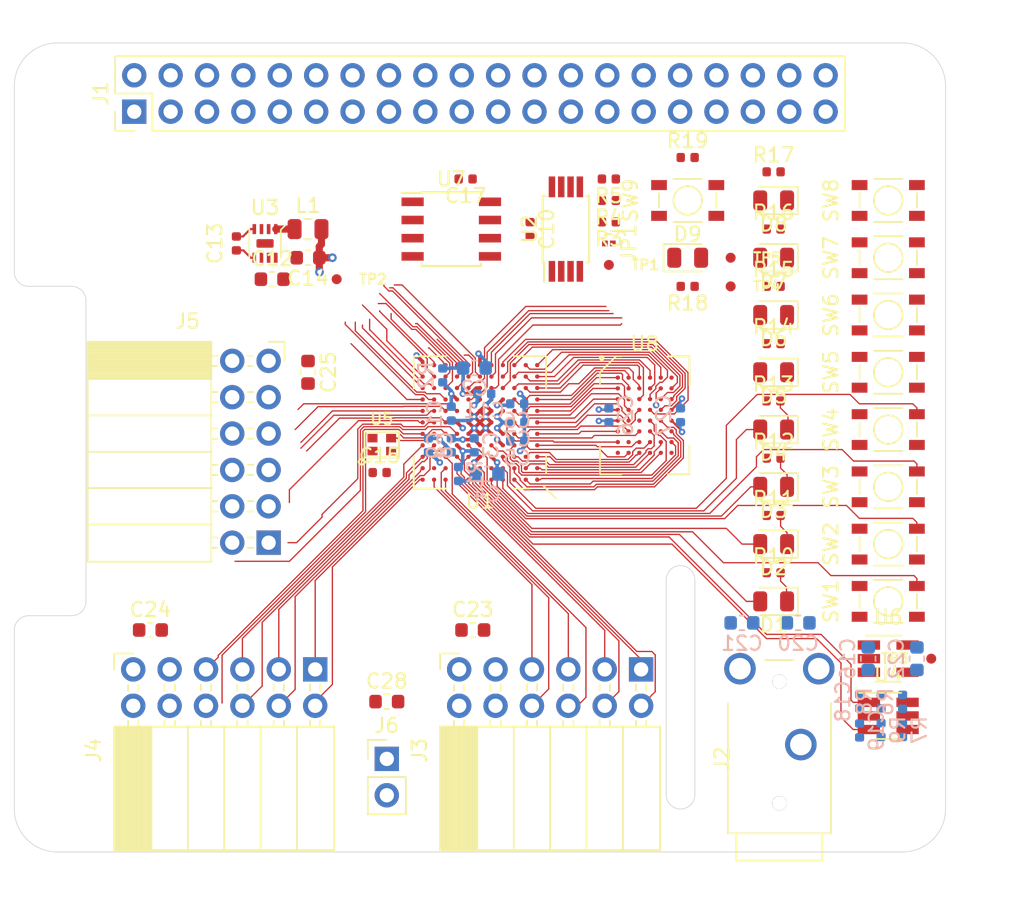
<source format=kicad_pcb>
(kicad_pcb (version 20171130) (host pcbnew 5.1.2+dfsg1-1)
  (layers (0 F.Cu signal) (1 In1.Cu power hide) (2 In2.Cu power) (31 B.Cu signal) (34 B.Paste user) (35 F.Paste user) (36 B.SilkS user hide) (37 F.SilkS user hide) (38 B.Mask user) (39 F.Mask user) (44 Edge.Cuts user))
  (net 0 "")
  (net 1 GND)
  (net 2 +1V2)
  (net 3 "Net-(C2-Pad2)")
  (net 4 "Net-(C2-Pad1)")
  (net 5 "Net-(C4-Pad2)")
  (net 6 "Net-(C4-Pad1)")
  (net 7 +3V3)
  (net 8 +5V)
  (net 9 "Net-(C13-Pad2)")
  (net 10 "Net-(C18-Pad1)")
  (net 11 "Net-(C19-Pad1)")
  (net 12 "Net-(C20-Pad1)")
  (net 13 "Net-(C21-Pad1)")
  (net 14 +3.3VDAC)
  (net 15 "Net-(D1-Pad1)")
  (net 16 /LED0)
  (net 17 /LED1)
  (net 18 "Net-(D2-Pad1)")
  (net 19 "Net-(D3-Pad1)")
  (net 20 /LED2)
  (net 21 /LED3)
  (net 22 "Net-(D4-Pad1)")
  (net 23 /LED4)
  (net 24 "Net-(D5-Pad1)")
  (net 25 "Net-(D6-Pad1)")
  (net 26 /LED5)
  (net 27 /LED6)
  (net 28 "Net-(D7-Pad1)")
  (net 29 "Net-(D8-Pad1)")
  (net 30 /LED7)
  (net 31 /GP13_FPGA_CDONE)
  (net 32 "Net-(J1-Pad3)")
  (net 33 "Net-(J1-Pad5)")
  (net 34 "Net-(J1-Pad7)")
  (net 35 /GP14_UART_TXD)
  (net 36 /GP15_UART_RXD)
  (net 37 "Net-(J1-Pad11)")
  (net 38 "Net-(J1-Pad12)")
  (net 39 /GP27_SDIO_DAT3)
  (net 40 /GP22_SDIO_CLK)
  (net 41 /GP23_SDIO_CMD)
  (net 42 /GP24_SDIO_DAT0)
  (net 43 /GP10_SPI_MOSI)
  (net 44 /GP9_SPI_MISO)
  (net 45 /GP25_SDIO_DAT1)
  (net 46 /GP11_SPI_SCK)
  (net 47 /GP8_SPI_~CS)
  (net 48 "Net-(J1-Pad26)")
  (net 49 /ID_SD)
  (net 50 /ID_SC)
  (net 51 "Net-(J1-Pad29)")
  (net 52 "Net-(J1-Pad31)")
  (net 53 /GP12_FPGA_~RST)
  (net 54 "Net-(J1-Pad35)")
  (net 55 "Net-(J1-Pad36)")
  (net 56 /GP26_SDIO_DAT2)
  (net 57 "Net-(J1-Pad38)")
  (net 58 "Net-(J1-Pad40)")
  (net 59 /IO0_0)
  (net 60 /IO0_1)
  (net 61 /IO0_2)
  (net 62 /IO0_3)
  (net 63 /IO0_4)
  (net 64 /IO0_5)
  (net 65 /IO0_6)
  (net 66 /IO0_7)
  (net 67 /IO1_7)
  (net 68 /IO1_6)
  (net 69 /IO1_5)
  (net 70 /IO1_4)
  (net 71 /IO1_3)
  (net 72 /IO1_2)
  (net 73 /IO1_1)
  (net 74 /IO1_0)
  (net 75 /IO2_0)
  (net 76 /IO2_1)
  (net 77 /IO2_2)
  (net 78 /IO2_3)
  (net 79 /IO2_4)
  (net 80 /IO2_5)
  (net 81 /IO2_6)
  (net 82 /IO2_7)
  (net 83 "Net-(JP1-Pad1)")
  (net 84 "Net-(L1-Pad1)")
  (net 85 "Net-(R6-Pad2)")
  (net 86 "Net-(R7-Pad2)")
  (net 87 /SW0)
  (net 88 /SW1)
  (net 89 /SW2)
  (net 90 /SW3)
  (net 91 /SW4)
  (net 92 /SW5)
  (net 93 /SW6)
  (net 94 /SW7)
  (net 95 /SRAM_DQ0)
  (net 96 /SRAM_DQ5)
  (net 97 /SRAM_DQ7)
  (net 98 /SRAM_DQ6)
  (net 99 /SRAM_DQ12)
  (net 100 /SRAM_A9)
  (net 101 /SRAM_A2)
  (net 102 /SRAM_A4)
  (net 103 /SRAM_A5)
  (net 104 /SRAM_A10)
  (net 105 /SRAM_DQ1)
  (net 106 /SRAM_DQ4)
  (net 107 /SRAM_DQ8)
  (net 108 /SRAM_DQ10)
  (net 109 /SRAM_DQ13)
  (net 110 /SRAM_DQ15)
  (net 111 /SRAM_A3)
  (net 112 /SRAM_A7)
  (net 113 /SRAM_A6)
  (net 114 /SRAM_A12)
  (net 115 /SRAM_DQ3)
  (net 116 /SRAM_DQ9)
  (net 117 /SRAM_DQ11)
  (net 118 /SRAM_A8)
  (net 119 /SRAM_A0)
  (net 120 /SRAM_A1)
  (net 121 /SRAM_A11)
  (net 122 /SRAM_A13)
  (net 123 /SRAM_A15)
  (net 124 /SRAM_DQ2)
  (net 125 /SRAM_DQ14)
  (net 126 /SRAM_A14)
  (net 127 /SRAM_A17)
  (net 128 /SRAM_A16)
  (net 129 /SRAM_~WE)
  (net 130 /SRAM_~OE)
  (net 131 /SRAM_~LB)
  (net 132 /SRAM_~UB)
  (net 133 /AUDIO_R_PWM)
  (net 134 "Net-(U1-PadB10)")
  (net 135 /CLK_OSC)
  (net 136 /AUDIO_L_PWM)
  (module fpga_hat:BGA-121_11x11_9.0x9.0mm (layer F.Cu) (at 132.5 106.5 180)
    (fp_text reference U1 (at 0 -5.5) (layer F.SilkS))
    (fp_text value iCE40-HX8k-BG121)
    (pad A1 smd circle (at -4 -4 180) (size 0.3 0.3) (layers F.Cu F.Paste F.Mask) (net 97 /SRAM_DQ7))
    (pad B1 smd circle (at -4 -3.2 180) (size 0.3 0.3) (layers F.Cu F.Paste F.Mask) (net 129 /SRAM_~WE))
    (pad C1 smd circle (at -4 -2.4 180) (size 0.3 0.3) (layers F.Cu F.Paste F.Mask) (net 100 /SRAM_A9))
    (pad D1 smd circle (at -4 -1.6 180) (size 0.3 0.3) (layers F.Cu F.Paste F.Mask) (net 114 /SRAM_A12))
    (pad E1 smd circle (at -4 -0.8 180) (size 0.3 0.3) (layers F.Cu F.Paste F.Mask) (net 125 /SRAM_DQ14))
    (pad F1 smd circle (at -4 0 180) (size 0.3 0.3) (layers F.Cu F.Paste F.Mask) (net 99 /SRAM_DQ12))
    (pad G1 smd circle (at -4 0.8 180) (size 0.3 0.3) (layers F.Cu F.Paste F.Mask) (net 107 /SRAM_DQ8))
    (pad H1 smd circle (at -4 1.6 180) (size 0.3 0.3) (layers F.Cu F.Paste F.Mask) (net 132 /SRAM_~UB))
    (pad J1 smd circle (at -4 2.4 180) (size 0.3 0.3) (layers F.Cu F.Paste F.Mask) (net 119 /SRAM_A0))
    (pad K1 smd circle (at -4 3.2 180) (size 0.3 0.3) (layers F.Cu F.Paste F.Mask) (net 102 /SRAM_A4))
    (pad L1 smd circle (at -4 4 180) (size 0.3 0.3) (layers F.Cu F.Paste F.Mask) (net 95 /SRAM_DQ0))
    (pad A2 smd circle (at -3.2 -4 180) (size 0.3 0.3) (layers F.Cu F.Paste F.Mask) (net 96 /SRAM_DQ5))
    (pad B2 smd circle (at -3.2 -3.2 180) (size 0.3 0.3) (layers F.Cu F.Paste F.Mask) (net 104 /SRAM_A10))
    (pad C2 smd circle (at -3.2 -2.4 180) (size 0.3 0.3) (layers F.Cu F.Paste F.Mask) (net 122 /SRAM_A13))
    (pad D2 smd circle (at -3.2 -1.6 180) (size 0.3 0.3) (layers F.Cu F.Paste F.Mask) (net 118 /SRAM_A8))
    (pad E2 smd circle (at -3.2 -0.8 180) (size 0.3 0.3) (layers F.Cu F.Paste F.Mask) (net 109 /SRAM_DQ13))
    (pad F2 smd circle (at -3.2 0 180) (size 0.3 0.3) (layers F.Cu F.Paste F.Mask) (net 116 /SRAM_DQ9))
    (pad G2 smd circle (at -3.2 0.8 180) (size 0.3 0.3) (layers F.Cu F.Paste F.Mask) (net 108 /SRAM_DQ10))
    (pad H2 smd circle (at -3.2 1.6 180) (size 0.3 0.3) (layers F.Cu F.Paste F.Mask) (net 130 /SRAM_~OE))
    (pad J2 smd circle (at -3.2 2.4 180) (size 0.3 0.3) (layers F.Cu F.Paste F.Mask) (net 111 /SRAM_A3))
    (pad K2 smd circle (at -3.2 3.2 180) (size 0.3 0.3) (layers F.Cu F.Paste F.Mask) (net 120 /SRAM_A1))
    (pad L2 smd circle (at -3.2 4 180) (size 0.3 0.3) (layers F.Cu F.Paste F.Mask) (net 113 /SRAM_A6))
    (pad A3 smd circle (at -2.4 -4 180) (size 0.3 0.3) (layers F.Cu F.Paste F.Mask) (net 106 /SRAM_DQ4))
    (pad B3 smd circle (at -2.4 -3.2 180) (size 0.3 0.3) (layers F.Cu F.Paste F.Mask) (net 98 /SRAM_DQ6))
    (pad C3 smd circle (at -2.4 -2.4 180) (size 0.3 0.3) (layers F.Cu F.Paste F.Mask) (net 123 /SRAM_A15))
    (pad D3 smd circle (at -2.4 -1.6 180) (size 0.3 0.3) (layers F.Cu F.Paste F.Mask) (net 121 /SRAM_A11))
    (pad E3 smd circle (at -2.4 -0.8 180) (size 0.3 0.3) (layers F.Cu F.Paste F.Mask) (net 126 /SRAM_A14))
    (pad F3 smd circle (at -2.4 0 180) (size 0.3 0.3) (layers F.Cu F.Paste F.Mask) (net 127 /SRAM_A17))
    (pad G3 smd circle (at -2.4 0.8 180) (size 0.3 0.3) (layers F.Cu F.Paste F.Mask) (net 117 /SRAM_DQ11))
    (pad H3 smd circle (at -2.4 1.6 180) (size 0.3 0.3) (layers F.Cu F.Paste F.Mask) (net 131 /SRAM_~LB))
    (pad J3 smd circle (at -2.4 2.4 180) (size 0.3 0.3) (layers F.Cu F.Paste F.Mask) (net 103 /SRAM_A5))
    (pad K3 smd circle (at -2.4 3.2 180) (size 0.3 0.3) (layers F.Cu F.Paste F.Mask) (net 101 /SRAM_A2))
    (pad L3 smd circle (at -2.4 4 180) (size 0.3 0.3) (layers F.Cu F.Paste F.Mask) (net 105 /SRAM_DQ1))
    (pad A4 smd circle (at -1.6 -4 180) (size 0.3 0.3) (layers F.Cu F.Paste F.Mask) (net 89 /SW2))
    (pad B4 smd circle (at -1.6 -3.2 180) (size 0.3 0.3) (layers F.Cu F.Paste F.Mask) (net 21 /LED3))
    (pad C4 smd circle (at -1.6 -2.4 180) (size 0.3 0.3) (layers F.Cu F.Paste F.Mask) (net 90 /SW3))
    (pad D4 smd circle (at -1.6 -1.6 180) (size 0.3 0.3) (layers F.Cu F.Paste F.Mask) (net 2 +1V2))
    (pad E4 smd circle (at -1.6 -0.8 180) (size 0.3 0.3) (layers F.Cu F.Paste F.Mask) (net 7 +3V3))
    (pad F4 smd circle (at -1.6 0 180) (size 0.3 0.3) (layers F.Cu F.Paste F.Mask) (net 110 /SRAM_DQ15))
    (pad G4 smd circle (at -1.6 0.8 180) (size 0.3 0.3) (layers F.Cu F.Paste F.Mask) (net 7 +3V3))
    (pad H4 smd circle (at -1.6 1.6 180) (size 0.3 0.3) (layers F.Cu F.Paste F.Mask) (net 2 +1V2))
    (pad J4 smd circle (at -1.6 2.4 180) (size 0.3 0.3) (layers F.Cu F.Paste F.Mask) (net 124 /SRAM_DQ2))
    (pad K4 smd circle (at -1.6 3.2 180) (size 0.3 0.3) (layers F.Cu F.Paste F.Mask) (net 115 /SRAM_DQ3))
    (pad L4 smd circle (at -1.6 4 180) (size 0.3 0.3) (layers F.Cu F.Paste F.Mask) (net 112 /SRAM_A7))
    (pad A5 smd circle (at -0.8 -4 180) (size 0.3 0.3) (layers F.Cu F.Paste F.Mask) (net 88 /SW1))
    (pad B5 smd circle (at -0.8 -3.2 180) (size 0.3 0.3) (layers F.Cu F.Paste F.Mask) (net 20 /LED2))
    (pad C5 smd circle (at -0.8 -2.4 180) (size 0.3 0.3) (layers F.Cu F.Paste F.Mask) (net 5 "Net-(C4-Pad2)"))
    (pad D5 smd circle (at -0.8 -1.6 180) (size 0.3 0.3) (layers F.Cu F.Paste F.Mask) (net 128 /SRAM_A16))
    (pad E5 smd circle (at -0.8 -0.8 180) (size 0.3 0.3) (layers F.Cu F.Paste F.Mask) (net 1 GND))
    (pad F5 smd circle (at -0.8 0 180) (size 0.3 0.3) (layers F.Cu F.Paste F.Mask) (net 1 GND))
    (pad G5 smd circle (at -0.8 0.8 180) (size 0.3 0.3) (layers F.Cu F.Paste F.Mask) (net 1 GND))
    (pad H5 smd circle (at -0.8 1.6 180) (size 0.3 0.3) (layers F.Cu F.Paste F.Mask) (net 1 GND))
    (pad J5 smd circle (at -0.8 2.4 180) (size 0.3 0.3) (layers F.Cu F.Paste F.Mask) (net 77 /IO2_2))
    (pad K5 smd circle (at -0.8 3.2 180) (size 0.3 0.3) (layers F.Cu F.Paste F.Mask) (net 35 /GP14_UART_TXD))
    (pad L5 smd circle (at -0.8 4 180) (size 0.3 0.3) (layers F.Cu F.Paste F.Mask) (net 56 /GP26_SDIO_DAT2))
    (pad A6 smd circle (at 0 -4 180) (size 0.3 0.3) (layers F.Cu F.Paste F.Mask) (net 16 /LED0))
    (pad B6 smd circle (at 0 -3.2 180) (size 0.3 0.3) (layers F.Cu F.Paste F.Mask) (net 87 /SW0))
    (pad C6 smd circle (at 0 -2.4 180) (size 0.3 0.3) (layers F.Cu F.Paste F.Mask) (net 6 "Net-(C4-Pad1)"))
    (pad D6 smd circle (at 0 -1.6 180) (size 0.3 0.3) (layers F.Cu F.Paste F.Mask) (net 7 +3V3))
    (pad E6 smd circle (at 0 -0.8 180) (size 0.3 0.3) (layers F.Cu F.Paste F.Mask) (net 1 GND))
    (pad F6 smd circle (at 0 0 180) (size 0.3 0.3) (layers F.Cu F.Paste F.Mask) (net 1 GND))
    (pad G6 smd circle (at 0 0.8 180) (size 0.3 0.3) (layers F.Cu F.Paste F.Mask) (net 1 GND))
    (pad H6 smd circle (at 0 1.6 180) (size 0.3 0.3) (layers F.Cu F.Paste F.Mask) (net 7 +3V3))
    (pad J6 smd circle (at 0 2.4 180) (size 0.3 0.3) (layers F.Cu F.Paste F.Mask) (net 4 "Net-(C2-Pad1)"))
    (pad K6 smd circle (at 0 3.2 180) (size 0.3 0.3) (layers F.Cu F.Paste F.Mask) (net 40 /GP22_SDIO_CLK))
    (pad L6 smd circle (at 0 4 180) (size 0.3 0.3) (layers F.Cu F.Paste F.Mask) (net 3 "Net-(C2-Pad2)"))
    (pad A7 smd circle (at 0.8 -4 180) (size 0.3 0.3) (layers F.Cu F.Paste F.Mask) (net 63 /IO0_4))
    (pad B7 smd circle (at 0.8 -3.2 180) (size 0.3 0.3) (layers F.Cu F.Paste F.Mask) (net 136 /AUDIO_L_PWM))
    (pad C7 smd circle (at 0.8 -2.4 180) (size 0.3 0.3) (layers F.Cu F.Paste F.Mask) (net 133 /AUDIO_R_PWM))
    (pad D7 smd circle (at 0.8 -1.6 180) (size 0.3 0.3) (layers F.Cu F.Paste F.Mask) (net 17 /LED1))
    (pad E7 smd circle (at 0.8 -0.8 180) (size 0.3 0.3) (layers F.Cu F.Paste F.Mask) (net 1 GND))
    (pad F7 smd circle (at 0.8 0 180) (size 0.3 0.3) (layers F.Cu F.Paste F.Mask) (net 1 GND))
    (pad G7 smd circle (at 0.8 0.8 180) (size 0.3 0.3) (layers F.Cu F.Paste F.Mask) (net 1 GND))
    (pad H7 smd circle (at 0.8 1.6 180) (size 0.3 0.3) (layers F.Cu F.Paste F.Mask) (net 79 /IO2_4))
    (pad J7 smd circle (at 0.8 2.4 180) (size 0.3 0.3) (layers F.Cu F.Paste F.Mask) (net 78 /IO2_3))
    (pad K7 smd circle (at 0.8 3.2 180) (size 0.3 0.3) (layers F.Cu F.Paste F.Mask) (net 94 /SW7))
    (pad L7 smd circle (at 0.8 4 180) (size 0.3 0.3) (layers F.Cu F.Paste F.Mask) (net 41 /GP23_SDIO_CMD))
    (pad A8 smd circle (at 1.6 -4 180) (size 0.3 0.3) (layers F.Cu F.Paste F.Mask) (net 60 /IO0_1))
    (pad B8 smd circle (at 1.6 -3.2 180) (size 0.3 0.3) (layers F.Cu F.Paste F.Mask) (net 64 /IO0_5))
    (pad C8 smd circle (at 1.6 -2.4 180) (size 0.3 0.3) (layers F.Cu F.Paste F.Mask) (net 59 /IO0_0))
    (pad D8 smd circle (at 1.6 -1.6 180) (size 0.3 0.3) (layers F.Cu F.Paste F.Mask) (net 2 +1V2))
    (pad E8 smd circle (at 1.6 -0.8 180) (size 0.3 0.3) (layers F.Cu F.Paste F.Mask) (net 76 /IO2_1))
    (pad F8 smd circle (at 1.6 0 180) (size 0.3 0.3) (layers F.Cu F.Paste F.Mask) (net 7 +3V3))
    (pad G8 smd circle (at 1.6 0.8 180) (size 0.3 0.3) (layers F.Cu F.Paste F.Mask) (net 75 /IO2_0))
    (pad H8 smd circle (at 1.6 1.6 180) (size 0.3 0.3) (layers F.Cu F.Paste F.Mask) (net 2 +1V2))
    (pad J8 smd circle (at 1.6 2.4 180) (size 0.3 0.3) (layers F.Cu F.Paste F.Mask) (net 39 /GP27_SDIO_DAT3))
    (pad K8 smd circle (at 1.6 3.2 180) (size 0.3 0.3) (layers F.Cu F.Paste F.Mask) (net 31 /GP13_FPGA_CDONE))
    (pad L8 smd circle (at 1.6 4 180) (size 0.3 0.3) (layers F.Cu F.Paste F.Mask) (net 42 /GP24_SDIO_DAT0))
    (pad A9 smd circle (at 2.4 -4 180) (size 0.3 0.3) (layers F.Cu F.Paste F.Mask) (net 61 /IO0_2))
    (pad B9 smd circle (at 2.4 -3.2 180) (size 0.3 0.3) (layers F.Cu F.Paste F.Mask) (net 66 /IO0_7))
    (pad C9 smd circle (at 2.4 -2.4 180) (size 0.3 0.3) (layers F.Cu F.Paste F.Mask) (net 65 /IO0_6))
    (pad D9 smd circle (at 2.4 -1.6 180) (size 0.3 0.3) (layers F.Cu F.Paste F.Mask) (net 74 /IO1_0))
    (pad E9 smd circle (at 2.4 -0.8 180) (size 0.3 0.3) (layers F.Cu F.Paste F.Mask) (net 67 /IO1_7))
    (pad F9 smd circle (at 2.4 0 180) (size 0.3 0.3) (layers F.Cu F.Paste F.Mask) (net 93 /SW6))
    (pad G9 smd circle (at 2.4 0.8 180) (size 0.3 0.3) (layers F.Cu F.Paste F.Mask) (net 27 /LED6))
    (pad H9 smd circle (at 2.4 1.6 180) (size 0.3 0.3) (layers F.Cu F.Paste F.Mask) (net 45 /GP25_SDIO_DAT1))
    (pad J9 smd circle (at 2.4 2.4 180) (size 0.3 0.3) (layers F.Cu F.Paste F.Mask) (net 44 /GP9_SPI_MISO))
    (pad K9 smd circle (at 2.4 3.2 180) (size 0.3 0.3) (layers F.Cu F.Paste F.Mask) (net 43 /GP10_SPI_MOSI))
    (pad L9 smd circle (at 2.4 4 180) (size 0.3 0.3) (layers F.Cu F.Paste F.Mask) (net 53 /GP12_FPGA_~RST))
    (pad A10 smd circle (at 3.2 -4 180) (size 0.3 0.3) (layers F.Cu F.Paste F.Mask) (net 62 /IO0_3))
    (pad B10 smd circle (at 3.2 -3.2 180) (size 0.3 0.3) (layers F.Cu F.Paste F.Mask) (net 134 "Net-(U1-PadB10)"))
    (pad C10 smd circle (at 3.2 -2.4 180) (size 0.3 0.3) (layers F.Cu F.Paste F.Mask) (net 7 +3V3))
    (pad D10 smd circle (at 3.2 -1.6 180) (size 0.3 0.3) (layers F.Cu F.Paste F.Mask) (net 73 /IO1_1))
    (pad E10 smd circle (at 3.2 -0.8 180) (size 0.3 0.3) (layers F.Cu F.Paste F.Mask) (net 135 /CLK_OSC))
    (pad F10 smd circle (at 3.2 0 180) (size 0.3 0.3) (layers F.Cu F.Paste F.Mask) (net 81 /IO2_6))
    (pad G10 smd circle (at 3.2 0.8 180) (size 0.3 0.3) (layers F.Cu F.Paste F.Mask) (net 26 /LED5))
    (pad H10 smd circle (at 3.2 1.6 180) (size 0.3 0.3) (layers F.Cu F.Paste F.Mask) (net 91 /SW4))
    (pad J10 smd circle (at 3.2 2.4 180) (size 0.3 0.3) (layers F.Cu F.Paste F.Mask) (net 36 /GP15_UART_RXD))
    (pad K10 smd circle (at 3.2 3.2 180) (size 0.3 0.3) (layers F.Cu F.Paste F.Mask) (net 47 /GP8_SPI_~CS))
    (pad L10 smd circle (at 3.2 4 180) (size 0.3 0.3) (layers F.Cu F.Paste F.Mask) (net 46 /GP11_SPI_SCK))
    (pad A11 smd circle (at 4 -4 180) (size 0.3 0.3) (layers F.Cu F.Paste F.Mask) (net 70 /IO1_4))
    (pad B11 smd circle (at 4 -3.2 180) (size 0.3 0.3) (layers F.Cu F.Paste F.Mask) (net 69 /IO1_5))
    (pad C11 smd circle (at 4 -2.4 180) (size 0.3 0.3) (layers F.Cu F.Paste F.Mask) (net 68 /IO1_6))
    (pad D11 smd circle (at 4 -1.6 180) (size 0.3 0.3) (layers F.Cu F.Paste F.Mask) (net 72 /IO1_2))
    (pad E11 smd circle (at 4 -0.8 180) (size 0.3 0.3) (layers F.Cu F.Paste F.Mask) (net 71 /IO1_3))
    (pad F11 smd circle (at 4 0 180) (size 0.3 0.3) (layers F.Cu F.Paste F.Mask) (net 80 /IO2_5))
    (pad G11 smd circle (at 4 0.8 180) (size 0.3 0.3) (layers F.Cu F.Paste F.Mask) (net 30 /LED7))
    (pad H11 smd circle (at 4 1.6 180) (size 0.3 0.3) (layers F.Cu F.Paste F.Mask) (net 23 /LED4))
    (pad J11 smd circle (at 4 2.4 180) (size 0.3 0.3) (layers F.Cu F.Paste F.Mask) (net 82 /IO2_7))
    (pad K11 smd circle (at 4 3.2 180) (size 0.3 0.3) (layers F.Cu F.Paste F.Mask) (net 92 /SW5))
    (pad L11 smd circle (at 4 4 180) (size 0.3 0.3) (layers F.Cu F.Paste F.Mask) (net 7 +3V3))
  )
  (module Capacitor_SMD:C_0402_1005Metric (layer B.Cu) (at 128.9 108.1 90)
    (fp_text reference C8 (at 0 1.17 90) (layer B.SilkS) (effects (justify mirror)))
    (fp_text value 100n)
    (pad 2 smd roundrect (at 0.485 0 90) (size 0.59 0.64) (layers B.Cu B.Paste B.Mask) (net 1 GND))
    (pad 1 smd roundrect (at -0.485 0 90) (size 0.59 0.64) (layers B.Cu B.Paste B.Mask) (net 7 +3V3))
  )
  (module fpga_hat:MOUNTHOLE_M2.5 (layer F.Cu) (at 161.5 83.5)
    (fp_text reference REF** hide)
    (fp_text value MOUNTHOLE_M2.5 hide)
    (pad "" np_thru_hole circle (at 0 0) (size 2.75 2.75) (drill 2.75) (layers *.Cu *.Mask) (thermal_gap 1.9))
  )
  (module fpga_hat:MOUNTHOLE_M2.5 (layer F.Cu) (at 161.5 133)
    (fp_text reference REF** hide)
    (fp_text value MOUNTHOLE_M2.5 hide)
    (pad "" np_thru_hole circle (at 0 0) (size 2.75 2.75) (drill 2.75) (layers *.Cu *.Mask) (thermal_gap 1.9))
  )
  (module fpga_hat:MOUNTHOLE_M2.5 (layer F.Cu) (at 103.5 133)
    (fp_text reference REF** hide)
    (fp_text value MOUNTHOLE_M2.5 hide)
    (pad "" np_thru_hole circle (at 0 0) (size 2.75 2.75) (drill 2.75) (layers *.Cu *.Mask) (thermal_gap 1.9))
  )
  (module fpga_hat:MOUNTHOLE_M2.5 (layer F.Cu) (at 103.5 83.5)
    (fp_text reference REF** hide)
    (fp_text value MOUNTHOLE_M2.5 hide)
    (pad "" np_thru_hole circle (at 0 0) (size 2.75 2.75) (drill 2.75) (layers *.Cu *.Mask) (thermal_gap 1.9))
  )
  (module Capacitor_SMD:C_0402_1005Metric (layer B.Cu) (at 130.5 105.885 270)
    (fp_text reference C1 (at 0 1.17 90) (layer B.SilkS) (effects (justify mirror)))
    (fp_text value 100n)
    (pad 2 smd roundrect (at 0.485 0 270) (size 0.59 0.64) (layers B.Cu B.Paste B.Mask) (net 1 GND))
    (pad 1 smd roundrect (at -0.485 0 270) (size 0.59 0.64) (layers B.Cu B.Paste B.Mask) (net 2 +1V2))
  )
  (module Capacitor_SMD:C_0603_1608Metric (layer B.Cu) (at 132.1125 102.7)
    (fp_text reference C2 (at 0 1.43) (layer B.SilkS) (effects (justify mirror)))
    (fp_text value 4u7)
    (pad 2 smd roundrect (at 0.7875 0) (size 0.875 0.95) (layers B.Cu B.Paste B.Mask) (net 3 "Net-(C2-Pad2)"))
    (pad 1 smd roundrect (at -0.7875 0) (size 0.875 0.95) (layers B.Cu B.Paste B.Mask) (net 4 "Net-(C2-Pad1)"))
  )
  (module Capacitor_SMD:C_0402_1005Metric (layer B.Cu) (at 132.1 108.1 90)
    (fp_text reference C3 (at 0 1.17 90) (layer B.SilkS) (effects (justify mirror)))
    (fp_text value 100n)
    (pad 1 smd roundrect (at -0.485 0 90) (size 0.59 0.64) (layers B.Cu B.Paste B.Mask) (net 2 +1V2))
    (pad 2 smd roundrect (at 0.485 0 90) (size 0.59 0.64) (layers B.Cu B.Paste B.Mask) (net 1 GND))
  )
  (module Capacitor_SMD:C_0603_1608Metric (layer B.Cu) (at 133 110.1)
    (fp_text reference C4 (at 0 1.43) (layer B.SilkS) (effects (justify mirror)))
    (fp_text value 4u7)
    (pad 1 smd roundrect (at -0.7875 0) (size 0.875 0.95) (layers B.Cu B.Paste B.Mask) (net 6 "Net-(C4-Pad1)"))
    (pad 2 smd roundrect (at 0.7875 0) (size 0.875 0.95) (layers B.Cu B.Paste B.Mask) (net 5 "Net-(C4-Pad2)"))
  )
  (module Capacitor_SMD:C_0402_1005Metric (layer B.Cu) (at 135.1 107.8)
    (fp_text reference C5 (at 0 1.17 180) (layer B.SilkS) (effects (justify mirror)))
    (fp_text value 100n)
    (pad 1 smd roundrect (at -0.485 0) (size 0.59 0.64) (layers B.Cu B.Paste B.Mask) (net 2 +1V2))
    (pad 2 smd roundrect (at 0.485 0) (size 0.59 0.64) (layers B.Cu B.Paste B.Mask) (net 1 GND))
  )
  (module Capacitor_SMD:C_0402_1005Metric (layer B.Cu) (at 135.1 105.2)
    (fp_text reference C6 (at 0 1.17) (layer B.SilkS) (effects (justify mirror)))
    (fp_text value 100n)
    (pad 2 smd roundrect (at 0.485 0) (size 0.59 0.64) (layers B.Cu B.Paste B.Mask) (net 1 GND))
    (pad 1 smd roundrect (at -0.485 0) (size 0.59 0.64) (layers B.Cu B.Paste B.Mask) (net 2 +1V2))
  )
  (module Capacitor_SMD:C_0402_1005Metric (layer B.Cu) (at 135.115 106.5)
    (fp_text reference C7 (at 0 1.17 180) (layer B.SilkS) (effects (justify mirror)))
    (fp_text value 100n)
    (pad 2 smd roundrect (at 0.485 0) (size 0.59 0.64) (layers B.Cu B.Paste B.Mask) (net 1 GND))
    (pad 1 smd roundrect (at -0.485 0) (size 0.59 0.64) (layers B.Cu B.Paste B.Mask) (net 7 +3V3))
  )
  (module Capacitor_SMD:C_0402_1005Metric (layer B.Cu) (at 130.5 108.1 270)
    (fp_text reference C9 (at 0 1.17 90) (layer B.SilkS) (effects (justify mirror)))
    (fp_text value 100n)
    (pad 2 smd roundrect (at 0.485 0 270) (size 0.59 0.64) (layers B.Cu B.Paste B.Mask) (net 1 GND))
    (pad 1 smd roundrect (at -0.485 0 270) (size 0.59 0.64) (layers B.Cu B.Paste B.Mask) (net 7 +3V3))
  )
  (module Capacitor_SMD:C_0402_1005Metric (layer F.Cu) (at 136 93 270)
    (fp_text reference C10 (at 0 -1.17 90) (layer F.SilkS))
    (fp_text value 100n)
    (pad 2 smd roundrect (at 0.485 0 270) (size 0.59 0.64) (layers F.Cu F.Paste F.Mask) (net 1 GND))
    (pad 1 smd roundrect (at -0.485 0 270) (size 0.59 0.64) (layers F.Cu F.Paste F.Mask) (net 7 +3V3))
  )
  (module Capacitor_SMD:C_0402_1005Metric (layer B.Cu) (at 132.8 104.5)
    (fp_text reference C11 (at 0 1.17) (layer B.SilkS) (effects (justify mirror)))
    (fp_text value 100n)
    (pad 1 smd roundrect (at -0.485 0) (size 0.59 0.64) (layers B.Cu B.Paste B.Mask) (net 7 +3V3))
    (pad 2 smd roundrect (at 0.485 0) (size 0.59 0.64) (layers B.Cu B.Paste B.Mask) (net 1 GND))
  )
  (module Capacitor_SMD:C_0603_1608Metric (layer F.Cu) (at 118 96.5)
    (fp_text reference C12 (at 0 -1.43) (layer F.SilkS))
    (fp_text value 4u7)
    (pad 2 smd roundrect (at 0.7875 0) (size 0.875 0.95) (layers F.Cu F.Paste F.Mask) (net 1 GND))
    (pad 1 smd roundrect (at -0.7875 0) (size 0.875 0.95) (layers F.Cu F.Paste F.Mask) (net 8 +5V))
  )
  (module Capacitor_SMD:C_0402_1005Metric (layer F.Cu) (at 115.5 94 270)
    (fp_text reference C13 (at 0 1.5 90) (layer F.SilkS))
    (fp_text value 560p)
    (pad 1 smd roundrect (at -0.485 0 270) (size 0.59 0.64) (layers F.Cu F.Paste F.Mask) (net 2 +1V2))
    (pad 2 smd roundrect (at 0.485 0 270) (size 0.59 0.64) (layers F.Cu F.Paste F.Mask) (net 9 "Net-(C13-Pad2)"))
  )
  (module Capacitor_SMD:C_0603_1608Metric (layer F.Cu) (at 120.5 95 180)
    (fp_text reference C14 (at 0 -1.43) (layer F.SilkS))
    (fp_text value 4u7)
    (pad 2 smd roundrect (at 0.7875 0 180) (size 0.875 0.95) (layers F.Cu F.Paste F.Mask) (net 1 GND))
    (pad 1 smd roundrect (at -0.7875 0 180) (size 0.875 0.95) (layers F.Cu F.Paste F.Mask) (net 2 +1V2))
  )
  (module Capacitor_SMD:C_0402_1005Metric (layer F.Cu) (at 125.5 110)
    (fp_text reference C15 (at 0 -1.17) (layer F.SilkS))
    (fp_text value 100n)
    (pad 2 smd roundrect (at 0.485 0) (size 0.59 0.64) (layers F.Cu F.Paste F.Mask) (net 1 GND))
    (pad 1 smd roundrect (at -0.485 0) (size 0.59 0.64) (layers F.Cu F.Paste F.Mask) (net 7 +3V3))
  )
  (module Capacitor_SMD:C_0603_1608Metric (layer B.Cu) (at 159.6 123 270)
    (fp_text reference C16 (at 0 1.43 90) (layer B.SilkS) (effects (justify mirror)))
    (fp_text value 1u)
    (pad 1 smd roundrect (at -0.7875 0 270) (size 0.875 0.95) (layers B.Cu B.Paste B.Mask) (net 8 +5V))
    (pad 2 smd roundrect (at 0.7875 0 270) (size 0.875 0.95) (layers B.Cu B.Paste B.Mask) (net 1 GND))
  )
  (module Capacitor_SMD:C_0402_1005Metric (layer F.Cu) (at 131.5 89.5 180)
    (fp_text reference C17 (at 0 -1.17) (layer F.SilkS))
    (fp_text value 100n)
    (pad 1 smd roundrect (at -0.485 0 180) (size 0.59 0.64) (layers F.Cu F.Paste F.Mask) (net 7 +3V3))
    (pad 2 smd roundrect (at 0.485 0 180) (size 0.59 0.64) (layers F.Cu F.Paste F.Mask) (net 1 GND))
  )
  (module Capacitor_SMD:C_0402_1005Metric (layer B.Cu) (at 159 125.985 270)
    (fp_text reference C18 (at 0 1.17 90) (layer B.SilkS) (effects (justify mirror)))
    (fp_text value 100n)
    (pad 1 smd roundrect (at -0.485 0 270) (size 0.59 0.64) (layers B.Cu B.Paste B.Mask) (net 10 "Net-(C18-Pad1)"))
    (pad 2 smd roundrect (at 0.485 0 270) (size 0.59 0.64) (layers B.Cu B.Paste B.Mask) (net 1 GND))
  )
  (module Capacitor_SMD:C_0402_1005Metric (layer B.Cu) (at 159 128.015 90)
    (fp_text reference C19 (at 0 1.17 90) (layer B.SilkS) (effects (justify mirror)))
    (fp_text value 100n)
    (pad 1 smd roundrect (at -0.485 0 90) (size 0.59 0.64) (layers B.Cu B.Paste B.Mask) (net 11 "Net-(C19-Pad1)"))
    (pad 2 smd roundrect (at 0.485 0 90) (size 0.59 0.64) (layers B.Cu B.Paste B.Mask) (net 1 GND))
  )
  (module Capacitor_SMD:C_0603_1608Metric (layer B.Cu) (at 154.7125 120.5)
    (fp_text reference C20 (at 0 1.43) (layer B.SilkS) (effects (justify mirror)))
    (fp_text value 4u7)
    (pad 1 smd roundrect (at -0.7875 0) (size 0.875 0.95) (layers B.Cu B.Paste B.Mask) (net 12 "Net-(C20-Pad1)"))
    (pad 2 smd roundrect (at 0.7875 0) (size 0.875 0.95) (layers B.Cu B.Paste B.Mask) (net 10 "Net-(C18-Pad1)"))
  )
  (module Capacitor_SMD:C_0603_1608Metric (layer B.Cu) (at 150.7875 120.5)
    (fp_text reference C21 (at 0 1.43) (layer B.SilkS) (effects (justify mirror)))
    (fp_text value 4u7)
    (pad 1 smd roundrect (at -0.7875 0) (size 0.875 0.95) (layers B.Cu B.Paste B.Mask) (net 13 "Net-(C21-Pad1)"))
    (pad 2 smd roundrect (at 0.7875 0) (size 0.875 0.95) (layers B.Cu B.Paste B.Mask) (net 11 "Net-(C19-Pad1)"))
  )
  (module Capacitor_SMD:C_0603_1608Metric (layer B.Cu) (at 163 123 270)
    (fp_text reference C22 (at 0 1.43 90) (layer B.SilkS) (effects (justify mirror)))
    (fp_text value 1u)
    (pad 2 smd roundrect (at 0.7875 0 270) (size 0.875 0.95) (layers B.Cu B.Paste B.Mask) (net 1 GND))
    (pad 1 smd roundrect (at -0.7875 0 270) (size 0.875 0.95) (layers B.Cu B.Paste B.Mask) (net 14 +3.3VDAC))
  )
  (module Capacitor_SMD:C_0603_1608Metric (layer F.Cu) (at 132 121)
    (fp_text reference C23 (at 0 -1.43) (layer F.SilkS))
    (fp_text value 1u)
    (pad 2 smd roundrect (at 0.7875 0) (size 0.875 0.95) (layers F.Cu F.Paste F.Mask) (net 1 GND))
    (pad 1 smd roundrect (at -0.7875 0) (size 0.875 0.95) (layers F.Cu F.Paste F.Mask) (net 7 +3V3))
  )
  (module Capacitor_SMD:C_0603_1608Metric (layer F.Cu) (at 109.5 121)
    (fp_text reference C24 (at 0 -1.43) (layer F.SilkS))
    (fp_text value 1u)
    (pad 1 smd roundrect (at -0.7875 0) (size 0.875 0.95) (layers F.Cu F.Paste F.Mask) (net 7 +3V3))
    (pad 2 smd roundrect (at 0.7875 0) (size 0.875 0.95) (layers F.Cu F.Paste F.Mask) (net 1 GND))
  )
  (module Capacitor_SMD:C_0603_1608Metric (layer F.Cu) (at 120.5 103 270)
    (fp_text reference C25 (at 0 -1.43 90) (layer F.SilkS))
    (fp_text value 1u)
    (pad 2 smd roundrect (at 0.7875 0 270) (size 0.875 0.95) (layers F.Cu F.Paste F.Mask) (net 1 GND))
    (pad 1 smd roundrect (at -0.7875 0 270) (size 0.875 0.95) (layers F.Cu F.Paste F.Mask) (net 7 +3V3))
  )
  (module Capacitor_SMD:C_0402_1005Metric (layer B.Cu) (at 141.5 106 90)
    (fp_text reference C26 (at 0 1.17 270) (layer B.SilkS) (effects (justify mirror)))
    (fp_text value 100n)
    (pad 1 smd roundrect (at -0.485 0 90) (size 0.59 0.64) (layers B.Cu B.Paste B.Mask) (net 7 +3V3))
    (pad 2 smd roundrect (at 0.485 0 90) (size 0.59 0.64) (layers B.Cu B.Paste B.Mask) (net 1 GND))
  )
  (module Capacitor_SMD:C_0402_1005Metric (layer B.Cu) (at 146.5 106 270)
    (fp_text reference C27 (at 0 1.17 270) (layer B.SilkS) (effects (justify mirror)))
    (fp_text value 100n)
    (pad 2 smd roundrect (at 0.485 0 270) (size 0.59 0.64) (layers B.Cu B.Paste B.Mask) (net 1 GND))
    (pad 1 smd roundrect (at -0.485 0 270) (size 0.59 0.64) (layers B.Cu B.Paste B.Mask) (net 7 +3V3))
  )
  (module Capacitor_SMD:C_0603_1608Metric (layer F.Cu) (at 126 126)
    (fp_text reference C28 (at 0 -1.43) (layer F.SilkS))
    (fp_text value 1u)
    (pad 1 smd roundrect (at -0.7875 0) (size 0.875 0.95) (layers F.Cu F.Paste F.Mask) (net 8 +5V))
    (pad 2 smd roundrect (at 0.7875 0) (size 0.875 0.95) (layers F.Cu F.Paste F.Mask) (net 1 GND))
  )
  (module LED_SMD:LED_0805_2012Metric (layer F.Cu) (at 153 119 180)
    (fp_text reference D1 (at 0 -1.65) (layer F.SilkS))
    (fp_text value LED)
    (pad 1 smd roundrect (at -0.9375 0 180) (size 0.975 1.4) (layers F.Cu F.Paste F.Mask) (net 15 "Net-(D1-Pad1)"))
    (pad 2 smd roundrect (at 0.9375 0 180) (size 0.975 1.4) (layers F.Cu F.Paste F.Mask) (net 16 /LED0))
  )
  (module LED_SMD:LED_0805_2012Metric (layer F.Cu) (at 153 115 180)
    (fp_text reference D2 (at 0 -1.65) (layer F.SilkS))
    (fp_text value LED)
    (pad 1 smd roundrect (at -0.9375 0 180) (size 0.975 1.4) (layers F.Cu F.Paste F.Mask) (net 18 "Net-(D2-Pad1)"))
    (pad 2 smd roundrect (at 0.9375 0 180) (size 0.975 1.4) (layers F.Cu F.Paste F.Mask) (net 17 /LED1))
  )
  (module LED_SMD:LED_0805_2012Metric (layer F.Cu) (at 153 111 180)
    (fp_text reference D3 (at 0 -1.65) (layer F.SilkS))
    (fp_text value LED)
    (pad 2 smd roundrect (at 0.9375 0 180) (size 0.975 1.4) (layers F.Cu F.Paste F.Mask) (net 20 /LED2))
    (pad 1 smd roundrect (at -0.9375 0 180) (size 0.975 1.4) (layers F.Cu F.Paste F.Mask) (net 19 "Net-(D3-Pad1)"))
  )
  (module LED_SMD:LED_0805_2012Metric (layer F.Cu) (at 153 107 180)
    (fp_text reference D4 (at 0 -1.65) (layer F.SilkS))
    (fp_text value LED)
    (pad 1 smd roundrect (at -0.9375 0 180) (size 0.975 1.4) (layers F.Cu F.Paste F.Mask) (net 22 "Net-(D4-Pad1)"))
    (pad 2 smd roundrect (at 0.9375 0 180) (size 0.975 1.4) (layers F.Cu F.Paste F.Mask) (net 21 /LED3))
  )
  (module LED_SMD:LED_0805_2012Metric (layer F.Cu) (at 153 103 180)
    (fp_text reference D5 (at 0 -1.65) (layer F.SilkS))
    (fp_text value LED)
    (pad 2 smd roundrect (at 0.9375 0 180) (size 0.975 1.4) (layers F.Cu F.Paste F.Mask) (net 23 /LED4))
    (pad 1 smd roundrect (at -0.9375 0 180) (size 0.975 1.4) (layers F.Cu F.Paste F.Mask) (net 24 "Net-(D5-Pad1)"))
  )
  (module LED_SMD:LED_0805_2012Metric (layer F.Cu) (at 153 99 180)
    (fp_text reference D6 (at 0 -1.65) (layer F.SilkS))
    (fp_text value LED)
    (pad 1 smd roundrect (at -0.9375 0 180) (size 0.975 1.4) (layers F.Cu F.Paste F.Mask) (net 25 "Net-(D6-Pad1)"))
    (pad 2 smd roundrect (at 0.9375 0 180) (size 0.975 1.4) (layers F.Cu F.Paste F.Mask) (net 26 /LED5))
  )
  (module LED_SMD:LED_0805_2012Metric (layer F.Cu) (at 153 95 180)
    (fp_text reference D7 (at 0 -1.65) (layer F.SilkS))
    (fp_text value LED)
    (pad 2 smd roundrect (at 0.9375 0 180) (size 0.975 1.4) (layers F.Cu F.Paste F.Mask) (net 27 /LED6))
    (pad 1 smd roundrect (at -0.9375 0 180) (size 0.975 1.4) (layers F.Cu F.Paste F.Mask) (net 28 "Net-(D7-Pad1)"))
  )
  (module LED_SMD:LED_0805_2012Metric (layer F.Cu) (at 153 91 180)
    (fp_text reference D8 (at 0 -1.65) (layer F.SilkS))
    (fp_text value LED)
    (pad 1 smd roundrect (at -0.9375 0 180) (size 0.975 1.4) (layers F.Cu F.Paste F.Mask) (net 29 "Net-(D8-Pad1)"))
    (pad 2 smd roundrect (at 0.9375 0 180) (size 0.975 1.4) (layers F.Cu F.Paste F.Mask) (net 30 /LED7))
  )
  (module LED_SMD:LED_0805_2012Metric (layer F.Cu) (at 147 95)
    (fp_text reference D9 (at 0 -1.65) (layer F.SilkS))
    (fp_text value LED)
    (pad 2 smd roundrect (at 0.9375 0) (size 0.975 1.4) (layers F.Cu F.Paste F.Mask) (net 31 /GP13_FPGA_CDONE))
    (pad 1 smd roundrect (at -0.9375 0) (size 0.975 1.4) (layers F.Cu F.Paste F.Mask) (net 1 GND))
  )
  (module Connector_PinHeader_2.54mm:PinHeader_2x20_P2.54mm_Vertical (layer F.Cu) (at 108.37 84.8 90)
    (fp_text reference J1 (at 1.27 -2.33 90) (layer F.SilkS))
    (fp_text value 2x20)
    (pad 1 thru_hole rect (at 0 0 90) (size 1.7 1.7) (drill 1) (layers *.Cu *.Mask) (net 7 +3V3))
    (pad 2 thru_hole oval (at 2.54 0 90) (size 1.7 1.7) (drill 1) (layers *.Cu *.Mask) (net 8 +5V))
    (pad 3 thru_hole oval (at 0 2.54 90) (size 1.7 1.7) (drill 1) (layers *.Cu *.Mask) (net 32 "Net-(J1-Pad3)"))
    (pad 4 thru_hole oval (at 2.54 2.54 90) (size 1.7 1.7) (drill 1) (layers *.Cu *.Mask) (net 8 +5V))
    (pad 5 thru_hole oval (at 0 5.08 90) (size 1.7 1.7) (drill 1) (layers *.Cu *.Mask) (net 33 "Net-(J1-Pad5)"))
    (pad 6 thru_hole oval (at 2.54 5.08 90) (size 1.7 1.7) (drill 1) (layers *.Cu *.Mask) (net 1 GND))
    (pad 7 thru_hole oval (at 0 7.62 90) (size 1.7 1.7) (drill 1) (layers *.Cu *.Mask) (net 34 "Net-(J1-Pad7)"))
    (pad 8 thru_hole oval (at 2.54 7.62 90) (size 1.7 1.7) (drill 1) (layers *.Cu *.Mask) (net 35 /GP14_UART_TXD))
    (pad 9 thru_hole oval (at 0 10.16 90) (size 1.7 1.7) (drill 1) (layers *.Cu *.Mask) (net 1 GND))
    (pad 10 thru_hole oval (at 2.54 10.16 90) (size 1.7 1.7) (drill 1) (layers *.Cu *.Mask) (net 36 /GP15_UART_RXD))
    (pad 11 thru_hole oval (at 0 12.7 90) (size 1.7 1.7) (drill 1) (layers *.Cu *.Mask) (net 37 "Net-(J1-Pad11)"))
    (pad 12 thru_hole oval (at 2.54 12.7 90) (size 1.7 1.7) (drill 1) (layers *.Cu *.Mask) (net 38 "Net-(J1-Pad12)"))
    (pad 13 thru_hole oval (at 0 15.24 90) (size 1.7 1.7) (drill 1) (layers *.Cu *.Mask) (net 39 /GP27_SDIO_DAT3))
    (pad 14 thru_hole oval (at 2.54 15.24 90) (size 1.7 1.7) (drill 1) (layers *.Cu *.Mask) (net 1 GND))
    (pad 15 thru_hole oval (at 0 17.78 90) (size 1.7 1.7) (drill 1) (layers *.Cu *.Mask) (net 40 /GP22_SDIO_CLK))
    (pad 16 thru_hole oval (at 2.54 17.78 90) (size 1.7 1.7) (drill 1) (layers *.Cu *.Mask) (net 41 /GP23_SDIO_CMD))
    (pad 17 thru_hole oval (at 0 20.32 90) (size 1.7 1.7) (drill 1) (layers *.Cu *.Mask) (net 7 +3V3))
    (pad 18 thru_hole oval (at 2.54 20.32 90) (size 1.7 1.7) (drill 1) (layers *.Cu *.Mask) (net 42 /GP24_SDIO_DAT0))
    (pad 19 thru_hole oval (at 0 22.86 90) (size 1.7 1.7) (drill 1) (layers *.Cu *.Mask) (net 43 /GP10_SPI_MOSI))
    (pad 20 thru_hole oval (at 2.54 22.86 90) (size 1.7 1.7) (drill 1) (layers *.Cu *.Mask) (net 1 GND))
    (pad 21 thru_hole oval (at 0 25.4 90) (size 1.7 1.7) (drill 1) (layers *.Cu *.Mask) (net 44 /GP9_SPI_MISO))
    (pad 22 thru_hole oval (at 2.54 25.4 90) (size 1.7 1.7) (drill 1) (layers *.Cu *.Mask) (net 45 /GP25_SDIO_DAT1))
    (pad 23 thru_hole oval (at 0 27.94 90) (size 1.7 1.7) (drill 1) (layers *.Cu *.Mask) (net 46 /GP11_SPI_SCK))
    (pad 24 thru_hole oval (at 2.54 27.94 90) (size 1.7 1.7) (drill 1) (layers *.Cu *.Mask) (net 47 /GP8_SPI_~CS))
    (pad 25 thru_hole oval (at 0 30.48 90) (size 1.7 1.7) (drill 1) (layers *.Cu *.Mask) (net 1 GND))
    (pad 26 thru_hole oval (at 2.54 30.48 90) (size 1.7 1.7) (drill 1) (layers *.Cu *.Mask) (net 48 "Net-(J1-Pad26)"))
    (pad 27 thru_hole oval (at 0 33.02 90) (size 1.7 1.7) (drill 1) (layers *.Cu *.Mask) (net 49 /ID_SD))
    (pad 28 thru_hole oval (at 2.54 33.02 90) (size 1.7 1.7) (drill 1) (layers *.Cu *.Mask) (net 50 /ID_SC))
    (pad 29 thru_hole oval (at 0 35.56 90) (size 1.7 1.7) (drill 1) (layers *.Cu *.Mask) (net 51 "Net-(J1-Pad29)"))
    (pad 30 thru_hole oval (at 2.54 35.56 90) (size 1.7 1.7) (drill 1) (layers *.Cu *.Mask) (net 1 GND))
    (pad 31 thru_hole oval (at 0 38.1 90) (size 1.7 1.7) (drill 1) (layers *.Cu *.Mask) (net 52 "Net-(J1-Pad31)"))
    (pad 32 thru_hole oval (at 2.54 38.1 90) (size 1.7 1.7) (drill 1) (layers *.Cu *.Mask) (net 53 /GP12_FPGA_~RST))
    (pad 33 thru_hole oval (at 0 40.64 90) (size 1.7 1.7) (drill 1) (layers *.Cu *.Mask) (net 31 /GP13_FPGA_CDONE))
    (pad 34 thru_hole oval (at 2.54 40.64 90) (size 1.7 1.7) (drill 1) (layers *.Cu *.Mask) (net 1 GND))
    (pad 35 thru_hole oval (at 0 43.18 90) (size 1.7 1.7) (drill 1) (layers *.Cu *.Mask) (net 54 "Net-(J1-Pad35)"))
    (pad 36 thru_hole oval (at 2.54 43.18 90) (size 1.7 1.7) (drill 1) (layers *.Cu *.Mask) (net 55 "Net-(J1-Pad36)"))
    (pad 37 thru_hole oval (at 0 45.72 90) (size 1.7 1.7) (drill 1) (layers *.Cu *.Mask) (net 56 /GP26_SDIO_DAT2))
    (pad 38 thru_hole oval (at 2.54 45.72 90) (size 1.7 1.7) (drill 1) (layers *.Cu *.Mask) (net 57 "Net-(J1-Pad38)"))
    (pad 39 thru_hole oval (at 0 48.26 90) (size 1.7 1.7) (drill 1) (layers *.Cu *.Mask) (net 1 GND))
    (pad 40 thru_hole oval (at 2.54 48.26 90) (size 1.7 1.7) (drill 1) (layers *.Cu *.Mask) (net 58 "Net-(J1-Pad40)"))
  )
  (module fpga_hat:STX-3000_TRS_3.5mm (layer F.Cu) (at 153.4 129 90)
    (fp_text reference J2 (at -1 -4 90) (layer F.SilkS))
    (fp_text value AudioJack3)
    (pad ~ thru_hole circle (at -4.1 0 90) (size 1 1) (drill 1) (layers *.Cu *.Mask))
    (pad ~ thru_hole circle (at 4.4 0 90) (size 1 1) (drill 1) (layers *.Cu *.Mask))
    (pad S thru_hole circle (at 0 1.5 90) (size 2.2 2.2) (drill 1.5) (layers *.Cu *.Mask) (net 1 GND))
    (pad R thru_hole circle (at 5.3 -2.75 90) (size 2.2 2.2) (drill 1.5) (layers *.Cu *.Mask) (net 13 "Net-(C21-Pad1)"))
    (pad T thru_hole circle (at 5.3 2.75 90) (size 2.2 2.2) (drill 1.5) (layers *.Cu *.Mask) (net 12 "Net-(C20-Pad1)"))
  )
  (module fpga_hat:PinSocket_2x06_P2.54mm_Horizontal (layer F.Cu) (at 143.75 123.75 90)
    (fp_text reference J3 (at -5.65 -15.47 90) (layer F.SilkS))
    (fp_text value Conn_02x06_Top_Bottom)
    (pad 6 thru_hole circle (at 0 -12.7 90) (size 1.7 1.7) (drill 1) (layers *.Cu *.Mask) (net 7 +3V3))
    (pad 12 thru_hole oval (at -2.54 -12.7 90) (size 1.7 1.7) (drill 1) (layers *.Cu *.Mask) (net 7 +3V3))
    (pad 5 thru_hole oval (at 0 -10.16 90) (size 1.7 1.7) (drill 1) (layers *.Cu *.Mask) (net 1 GND))
    (pad 11 thru_hole oval (at -2.54 -10.16 90) (size 1.7 1.7) (drill 1) (layers *.Cu *.Mask) (net 1 GND))
    (pad 4 thru_hole oval (at 0 -7.62 90) (size 1.7 1.7) (drill 1) (layers *.Cu *.Mask) (net 62 /IO0_3))
    (pad 10 thru_hole oval (at -2.54 -7.62 90) (size 1.7 1.7) (drill 1) (layers *.Cu *.Mask) (net 66 /IO0_7))
    (pad 3 thru_hole oval (at 0 -5.08 90) (size 1.7 1.7) (drill 1) (layers *.Cu *.Mask) (net 61 /IO0_2))
    (pad 9 thru_hole oval (at -2.54 -5.08 90) (size 1.7 1.7) (drill 1) (layers *.Cu *.Mask) (net 65 /IO0_6))
    (pad 2 thru_hole oval (at 0 -2.54 90) (size 1.7 1.7) (drill 1) (layers *.Cu *.Mask) (net 60 /IO0_1))
    (pad 8 thru_hole oval (at -2.54 -2.54 90) (size 1.7 1.7) (drill 1) (layers *.Cu *.Mask) (net 64 /IO0_5))
    (pad 1 thru_hole rect (at 0 0 90) (size 1.7 1.7) (drill 1) (layers *.Cu *.Mask) (net 59 /IO0_0))
    (pad 7 thru_hole oval (at -2.54 0 90) (size 1.7 1.7) (drill 1) (layers *.Cu *.Mask) (net 63 /IO0_4))
  )
  (module fpga_hat:PinSocket_2x06_P2.54mm_Horizontal (layer F.Cu) (at 121 123.75 90)
    (fp_text reference J4 (at -5.65 -15.47 90) (layer F.SilkS))
    (fp_text value Conn_02x06_Top_Bottom)
    (pad 7 thru_hole oval (at -2.54 0 90) (size 1.7 1.7) (drill 1) (layers *.Cu *.Mask) (net 70 /IO1_4))
    (pad 1 thru_hole rect (at 0 0 90) (size 1.7 1.7) (drill 1) (layers *.Cu *.Mask) (net 74 /IO1_0))
    (pad 8 thru_hole oval (at -2.54 -2.54 90) (size 1.7 1.7) (drill 1) (layers *.Cu *.Mask) (net 69 /IO1_5))
    (pad 2 thru_hole oval (at 0 -2.54 90) (size 1.7 1.7) (drill 1) (layers *.Cu *.Mask) (net 73 /IO1_1))
    (pad 9 thru_hole oval (at -2.54 -5.08 90) (size 1.7 1.7) (drill 1) (layers *.Cu *.Mask) (net 68 /IO1_6))
    (pad 3 thru_hole oval (at 0 -5.08 90) (size 1.7 1.7) (drill 1) (layers *.Cu *.Mask) (net 72 /IO1_2))
    (pad 10 thru_hole oval (at -2.54 -7.62 90) (size 1.7 1.7) (drill 1) (layers *.Cu *.Mask) (net 67 /IO1_7))
    (pad 4 thru_hole oval (at 0 -7.62 90) (size 1.7 1.7) (drill 1) (layers *.Cu *.Mask) (net 71 /IO1_3))
    (pad 11 thru_hole oval (at -2.54 -10.16 90) (size 1.7 1.7) (drill 1) (layers *.Cu *.Mask) (net 1 GND))
    (pad 5 thru_hole oval (at 0 -10.16 90) (size 1.7 1.7) (drill 1) (layers *.Cu *.Mask) (net 1 GND))
    (pad 12 thru_hole oval (at -2.54 -12.7 90) (size 1.7 1.7) (drill 1) (layers *.Cu *.Mask) (net 7 +3V3))
    (pad 6 thru_hole circle (at 0 -12.7 90) (size 1.7 1.7) (drill 1) (layers *.Cu *.Mask) (net 7 +3V3))
  )
  (module fpga_hat:PinSocket_2x06_P2.54mm_Horizontal (layer F.Cu) (at 117.75 114.9)
    (fp_text reference J5 (at -5.65 -15.47) (layer F.SilkS))
    (fp_text value Conn_02x06_Top_Bottom)
    (pad 6 thru_hole circle (at 0 -12.7) (size 1.7 1.7) (drill 1) (layers *.Cu *.Mask) (net 7 +3V3))
    (pad 12 thru_hole oval (at -2.54 -12.7) (size 1.7 1.7) (drill 1) (layers *.Cu *.Mask) (net 7 +3V3))
    (pad 5 thru_hole oval (at 0 -10.16) (size 1.7 1.7) (drill 1) (layers *.Cu *.Mask) (net 1 GND))
    (pad 11 thru_hole oval (at -2.54 -10.16) (size 1.7 1.7) (drill 1) (layers *.Cu *.Mask) (net 1 GND))
    (pad 4 thru_hole oval (at 0 -7.62) (size 1.7 1.7) (drill 1) (layers *.Cu *.Mask) (net 78 /IO2_3))
    (pad 10 thru_hole oval (at -2.54 -7.62) (size 1.7 1.7) (drill 1) (layers *.Cu *.Mask) (net 82 /IO2_7))
    (pad 3 thru_hole oval (at 0 -5.08) (size 1.7 1.7) (drill 1) (layers *.Cu *.Mask) (net 77 /IO2_2))
    (pad 9 thru_hole oval (at -2.54 -5.08) (size 1.7 1.7) (drill 1) (layers *.Cu *.Mask) (net 81 /IO2_6))
    (pad 2 thru_hole oval (at 0 -2.54) (size 1.7 1.7) (drill 1) (layers *.Cu *.Mask) (net 76 /IO2_1))
    (pad 8 thru_hole oval (at -2.54 -2.54) (size 1.7 1.7) (drill 1) (layers *.Cu *.Mask) (net 80 /IO2_5))
    (pad 1 thru_hole rect (at 0 0) (size 1.7 1.7) (drill 1) (layers *.Cu *.Mask) (net 75 /IO2_0))
    (pad 7 thru_hole oval (at -2.54 0) (size 1.7 1.7) (drill 1) (layers *.Cu *.Mask) (net 79 /IO2_4))
  )
  (module Connector_PinHeader_2.54mm:PinHeader_1x02_P2.54mm_Vertical (layer F.Cu) (at 126 130)
    (fp_text reference J6 (at 0 -2.33) (layer F.SilkS))
    (fp_text value Conn_01x02)
    (pad 1 thru_hole rect (at 0 0) (size 1.7 1.7) (drill 1) (layers *.Cu *.Mask) (net 8 +5V))
    (pad 2 thru_hole oval (at 0 2.54) (size 1.7 1.7) (drill 1) (layers *.Cu *.Mask) (net 1 GND))
  )
  (module fpga_hat:SOLDER_JUMP (layer F.Cu) (at 141.5 94 90)
    (fp_text reference JP1 (at 0 1.4 90) (layer F.SilkS))
    (fp_text value "Solder jumper")
    (pad 1 smd rect (at 0 -0.275 90) (size 0.4 0.4) (layers F.Cu F.Paste F.Mask) (net 83 "Net-(JP1-Pad1)"))
    (pad 2 smd rect (at 0 0.275 90) (size 0.4 0.4) (layers F.Cu F.Paste F.Mask) (net 1 GND))
  )
  (module Inductor_SMD:L_0805_2012Metric (layer F.Cu) (at 120.5 93)
    (fp_text reference L1 (at 0 -1.65) (layer F.SilkS))
    (fp_text value 1u)
    (pad 1 smd roundrect (at -0.9375 0) (size 0.975 1.4) (layers F.Cu F.Paste F.Mask) (net 84 "Net-(L1-Pad1)"))
    (pad 2 smd roundrect (at 0.9375 0) (size 0.975 1.4) (layers F.Cu F.Paste F.Mask) (net 2 +1V2))
  )
  (module Resistor_SMD:R_0402_1005Metric (layer B.Cu) (at 131 110.1 90)
    (fp_text reference R1 (at 0 1.17 90) (layer B.SilkS) (effects (justify mirror)))
    (fp_text value 100)
    (pad 1 smd roundrect (at -0.485 0 90) (size 0.59 0.64) (layers B.Cu B.Paste B.Mask) (net 6 "Net-(C4-Pad1)"))
    (pad 2 smd roundrect (at 0.485 0 90) (size 0.59 0.64) (layers B.Cu B.Paste B.Mask) (net 2 +1V2))
  )
  (module Resistor_SMD:R_0402_1005Metric (layer B.Cu) (at 129.9 103.215 270)
    (fp_text reference R2 (at 0 1.17 90) (layer B.SilkS) (effects (justify mirror)))
    (fp_text value 100)
    (pad 2 smd roundrect (at 0.485 0 270) (size 0.59 0.64) (layers B.Cu B.Paste B.Mask) (net 2 +1V2))
    (pad 1 smd roundrect (at -0.485 0 270) (size 0.59 0.64) (layers B.Cu B.Paste B.Mask) (net 4 "Net-(C2-Pad1)"))
  )
  (module Resistor_SMD:R_0402_1005Metric (layer F.Cu) (at 141.5 92.5 180)
    (fp_text reference R3 (at 0 -1.17) (layer F.SilkS))
    (fp_text value 470)
    (pad 1 smd roundrect (at -0.485 0 180) (size 0.59 0.64) (layers F.Cu F.Paste F.Mask) (net 7 +3V3))
    (pad 2 smd roundrect (at 0.485 0 180) (size 0.59 0.64) (layers F.Cu F.Paste F.Mask) (net 83 "Net-(JP1-Pad1)"))
  )
  (module Resistor_SMD:R_0402_1005Metric (layer F.Cu) (at 141.5 91 180)
    (fp_text reference R4 (at 0 -1.17) (layer F.SilkS))
    (fp_text value 4k7)
    (pad 1 smd roundrect (at -0.485 0 180) (size 0.59 0.64) (layers F.Cu F.Paste F.Mask) (net 7 +3V3))
    (pad 2 smd roundrect (at 0.485 0 180) (size 0.59 0.64) (layers F.Cu F.Paste F.Mask) (net 50 /ID_SC))
  )
  (module Resistor_SMD:R_0402_1005Metric (layer F.Cu) (at 141.5 89.5 180)
    (fp_text reference R5 (at 0 -1.17) (layer F.SilkS))
    (fp_text value 4k7)
    (pad 2 smd roundrect (at 0.485 0 180) (size 0.59 0.64) (layers F.Cu F.Paste F.Mask) (net 50 /ID_SC))
    (pad 1 smd roundrect (at -0.485 0 180) (size 0.59 0.64) (layers F.Cu F.Paste F.Mask) (net 7 +3V3))
  )
  (module Resistor_SMD:R_0402_1005Metric (layer B.Cu) (at 162 126.015 270)
    (fp_text reference R6 (at 0 1.17 90) (layer B.SilkS) (effects (justify mirror)))
    (fp_text value 220)
    (pad 2 smd roundrect (at 0.485 0 270) (size 0.59 0.64) (layers B.Cu B.Paste B.Mask) (net 85 "Net-(R6-Pad2)"))
    (pad 1 smd roundrect (at -0.485 0 270) (size 0.59 0.64) (layers B.Cu B.Paste B.Mask) (net 10 "Net-(C18-Pad1)"))
  )
  (module Resistor_SMD:R_0402_1005Metric (layer B.Cu) (at 162 127.985 90)
    (fp_text reference R7 (at 0 1.17 90) (layer B.SilkS) (effects (justify mirror)))
    (fp_text value 220)
    (pad 2 smd roundrect (at 0.485 0 90) (size 0.59 0.64) (layers B.Cu B.Paste B.Mask) (net 86 "Net-(R7-Pad2)"))
    (pad 1 smd roundrect (at -0.485 0 90) (size 0.59 0.64) (layers B.Cu B.Paste B.Mask) (net 11 "Net-(C19-Pad1)"))
  )
  (module Resistor_SMD:R_0402_1005Metric (layer B.Cu) (at 160.5 125.985 270)
    (fp_text reference R8 (at 0 1.17 90) (layer B.SilkS) (effects (justify mirror)))
    (fp_text value 100)
    (pad 1 smd roundrect (at -0.485 0 270) (size 0.59 0.64) (layers B.Cu B.Paste B.Mask) (net 10 "Net-(C18-Pad1)"))
    (pad 2 smd roundrect (at 0.485 0 270) (size 0.59 0.64) (layers B.Cu B.Paste B.Mask) (net 1 GND))
  )
  (module Resistor_SMD:R_0402_1005Metric (layer B.Cu) (at 160.5 127.985 90)
    (fp_text reference R9 (at 0 1.17 90) (layer B.SilkS) (effects (justify mirror)))
    (fp_text value 100)
    (pad 1 smd roundrect (at -0.485 0 90) (size 0.59 0.64) (layers B.Cu B.Paste B.Mask) (net 11 "Net-(C19-Pad1)"))
    (pad 2 smd roundrect (at 0.485 0 90) (size 0.59 0.64) (layers B.Cu B.Paste B.Mask) (net 1 GND))
  )
  (module Resistor_SMD:R_0402_1005Metric (layer F.Cu) (at 153 117)
    (fp_text reference R10 (at 0 -1.17) (layer F.SilkS))
    (fp_text value 470)
    (pad 1 smd roundrect (at -0.485 0) (size 0.59 0.64) (layers F.Cu F.Paste F.Mask) (net 1 GND))
    (pad 2 smd roundrect (at 0.485 0) (size 0.59 0.64) (layers F.Cu F.Paste F.Mask) (net 15 "Net-(D1-Pad1)"))
  )
  (module Resistor_SMD:R_0402_1005Metric (layer F.Cu) (at 153 113)
    (fp_text reference R11 (at 0 -1.17) (layer F.SilkS))
    (fp_text value 470)
    (pad 1 smd roundrect (at -0.485 0) (size 0.59 0.64) (layers F.Cu F.Paste F.Mask) (net 1 GND))
    (pad 2 smd roundrect (at 0.485 0) (size 0.59 0.64) (layers F.Cu F.Paste F.Mask) (net 18 "Net-(D2-Pad1)"))
  )
  (module Resistor_SMD:R_0402_1005Metric (layer F.Cu) (at 153 109)
    (fp_text reference R12 (at 0 -1.17) (layer F.SilkS))
    (fp_text value 470)
    (pad 2 smd roundrect (at 0.485 0) (size 0.59 0.64) (layers F.Cu F.Paste F.Mask) (net 19 "Net-(D3-Pad1)"))
    (pad 1 smd roundrect (at -0.485 0) (size 0.59 0.64) (layers F.Cu F.Paste F.Mask) (net 1 GND))
  )
  (module Resistor_SMD:R_0402_1005Metric (layer F.Cu) (at 152.985 105)
    (fp_text reference R13 (at 0 -1.17) (layer F.SilkS))
    (fp_text value 470)
    (pad 1 smd roundrect (at -0.485 0) (size 0.59 0.64) (layers F.Cu F.Paste F.Mask) (net 1 GND))
    (pad 2 smd roundrect (at 0.485 0) (size 0.59 0.64) (layers F.Cu F.Paste F.Mask) (net 22 "Net-(D4-Pad1)"))
  )
  (module Resistor_SMD:R_0402_1005Metric (layer F.Cu) (at 153 101)
    (fp_text reference R14 (at 0 -1.17) (layer F.SilkS))
    (fp_text value 470)
    (pad 2 smd roundrect (at 0.485 0) (size 0.59 0.64) (layers F.Cu F.Paste F.Mask) (net 24 "Net-(D5-Pad1)"))
    (pad 1 smd roundrect (at -0.485 0) (size 0.59 0.64) (layers F.Cu F.Paste F.Mask) (net 1 GND))
  )
  (module Resistor_SMD:R_0402_1005Metric (layer F.Cu) (at 153 97)
    (fp_text reference R15 (at 0 -1.17) (layer F.SilkS))
    (fp_text value 470)
    (pad 2 smd roundrect (at 0.485 0) (size 0.59 0.64) (layers F.Cu F.Paste F.Mask) (net 25 "Net-(D6-Pad1)"))
    (pad 1 smd roundrect (at -0.485 0) (size 0.59 0.64) (layers F.Cu F.Paste F.Mask) (net 1 GND))
  )
  (module Resistor_SMD:R_0402_1005Metric (layer F.Cu) (at 153 93)
    (fp_text reference R16 (at 0 -1.17) (layer F.SilkS))
    (fp_text value 470)
    (pad 1 smd roundrect (at -0.485 0) (size 0.59 0.64) (layers F.Cu F.Paste F.Mask) (net 1 GND))
    (pad 2 smd roundrect (at 0.485 0) (size 0.59 0.64) (layers F.Cu F.Paste F.Mask) (net 28 "Net-(D7-Pad1)"))
  )
  (module Resistor_SMD:R_0402_1005Metric (layer F.Cu) (at 153 89)
    (fp_text reference R17 (at 0 -1.17) (layer F.SilkS))
    (fp_text value 470)
    (pad 2 smd roundrect (at 0.485 0) (size 0.59 0.64) (layers F.Cu F.Paste F.Mask) (net 29 "Net-(D8-Pad1)"))
    (pad 1 smd roundrect (at -0.485 0) (size 0.59 0.64) (layers F.Cu F.Paste F.Mask) (net 1 GND))
  )
  (module Resistor_SMD:R_0402_1005Metric (layer F.Cu) (at 147 97 180)
    (fp_text reference R18 (at 0 -1.17) (layer F.SilkS))
    (fp_text value 470)
    (pad 1 smd roundrect (at -0.485 0 180) (size 0.59 0.64) (layers F.Cu F.Paste F.Mask) (net 31 /GP13_FPGA_CDONE))
    (pad 2 smd roundrect (at 0.485 0 180) (size 0.59 0.64) (layers F.Cu F.Paste F.Mask) (net 7 +3V3))
  )
  (module Resistor_SMD:R_0402_1005Metric (layer F.Cu) (at 147 88)
    (fp_text reference R19 (at 0 -1.17) (layer F.SilkS))
    (fp_text value 4k7)
    (pad 2 smd roundrect (at 0.485 0) (size 0.59 0.64) (layers F.Cu F.Paste F.Mask) (net 53 /GP12_FPGA_~RST))
    (pad 1 smd roundrect (at -0.485 0) (size 0.59 0.64) (layers F.Cu F.Paste F.Mask) (net 7 +3V3))
  )
  (module fpga_hat:PTS815 (layer F.Cu) (at 161 119 270)
    (fp_text reference SW1 (at 0 4 270) (layer F.SilkS))
    (fp_text value PTS815)
    (pad ~ smd rect (at -1.075 2) (size 1.1 0.7) (layers F.Cu F.Paste F.Mask))
    (pad ~ smd rect (at 1.075 2) (size 1.1 0.7) (layers F.Cu F.Paste F.Mask))
    (pad 2 smd rect (at 1.075 -2) (size 1.1 0.7) (layers F.Cu F.Paste F.Mask) (net 1 GND))
    (pad 1 smd rect (at -1.075 -2) (size 1.1 0.7) (layers F.Cu F.Paste F.Mask) (net 87 /SW0))
  )
  (module fpga_hat:PTS815 (layer F.Cu) (at 161 115 270)
    (fp_text reference SW2 (at 0 4 270) (layer F.SilkS))
    (fp_text value PTS815)
    (pad 1 smd rect (at -1.075 -2) (size 1.1 0.7) (layers F.Cu F.Paste F.Mask) (net 88 /SW1))
    (pad 2 smd rect (at 1.075 -2) (size 1.1 0.7) (layers F.Cu F.Paste F.Mask) (net 1 GND))
    (pad ~ smd rect (at 1.075 2) (size 1.1 0.7) (layers F.Cu F.Paste F.Mask))
    (pad ~ smd rect (at -1.075 2) (size 1.1 0.7) (layers F.Cu F.Paste F.Mask))
  )
  (module fpga_hat:PTS815 (layer F.Cu) (at 161 111 270)
    (fp_text reference SW3 (at 0 4 270) (layer F.SilkS))
    (fp_text value PTS815)
    (pad ~ smd rect (at -1.075 2) (size 1.1 0.7) (layers F.Cu F.Paste F.Mask))
    (pad ~ smd rect (at 1.075 2) (size 1.1 0.7) (layers F.Cu F.Paste F.Mask))
    (pad 2 smd rect (at 1.075 -2) (size 1.1 0.7) (layers F.Cu F.Paste F.Mask) (net 1 GND))
    (pad 1 smd rect (at -1.075 -2) (size 1.1 0.7) (layers F.Cu F.Paste F.Mask) (net 89 /SW2))
  )
  (module fpga_hat:PTS815 (layer F.Cu) (at 161 107 270)
    (fp_text reference SW4 (at 0 4 270) (layer F.SilkS))
    (fp_text value PTS815)
    (pad ~ smd rect (at -1.075 2) (size 1.1 0.7) (layers F.Cu F.Paste F.Mask))
    (pad ~ smd rect (at 1.075 2) (size 1.1 0.7) (layers F.Cu F.Paste F.Mask))
    (pad 2 smd rect (at 1.075 -2) (size 1.1 0.7) (layers F.Cu F.Paste F.Mask) (net 1 GND))
    (pad 1 smd rect (at -1.075 -2) (size 1.1 0.7) (layers F.Cu F.Paste F.Mask) (net 90 /SW3))
  )
  (module fpga_hat:PTS815 (layer F.Cu) (at 161 103 270)
    (fp_text reference SW5 (at 0 4 270) (layer F.SilkS))
    (fp_text value PTS815)
    (pad 1 smd rect (at -1.075 -2) (size 1.1 0.7) (layers F.Cu F.Paste F.Mask) (net 91 /SW4))
    (pad 2 smd rect (at 1.075 -2) (size 1.1 0.7) (layers F.Cu F.Paste F.Mask) (net 1 GND))
    (pad ~ smd rect (at 1.075 2) (size 1.1 0.7) (layers F.Cu F.Paste F.Mask))
    (pad ~ smd rect (at -1.075 2) (size 1.1 0.7) (layers F.Cu F.Paste F.Mask))
  )
  (module fpga_hat:PTS815 (layer F.Cu) (at 161 99 270)
    (fp_text reference SW6 (at 0 4 270) (layer F.SilkS))
    (fp_text value PTS815)
    (pad 1 smd rect (at -1.075 -2) (size 1.1 0.7) (layers F.Cu F.Paste F.Mask) (net 92 /SW5))
    (pad 2 smd rect (at 1.075 -2) (size 1.1 0.7) (layers F.Cu F.Paste F.Mask) (net 1 GND))
    (pad ~ smd rect (at 1.075 2) (size 1.1 0.7) (layers F.Cu F.Paste F.Mask))
    (pad ~ smd rect (at -1.075 2) (size 1.1 0.7) (layers F.Cu F.Paste F.Mask))
  )
  (module fpga_hat:PTS815 (layer F.Cu) (at 161 95 270)
    (fp_text reference SW7 (at 0 4 270) (layer F.SilkS))
    (fp_text value PTS815)
    (pad ~ smd rect (at -1.075 2) (size 1.1 0.7) (layers F.Cu F.Paste F.Mask))
    (pad ~ smd rect (at 1.075 2) (size 1.1 0.7) (layers F.Cu F.Paste F.Mask))
    (pad 2 smd rect (at 1.075 -2) (size 1.1 0.7) (layers F.Cu F.Paste F.Mask) (net 1 GND))
    (pad 1 smd rect (at -1.075 -2) (size 1.1 0.7) (layers F.Cu F.Paste F.Mask) (net 93 /SW6))
  )
  (module fpga_hat:PTS815 (layer F.Cu) (at 161 91 270)
    (fp_text reference SW8 (at 0 4 270) (layer F.SilkS))
    (fp_text value PTS815)
    (pad 1 smd rect (at -1.075 -2) (size 1.1 0.7) (layers F.Cu F.Paste F.Mask) (net 94 /SW7))
    (pad 2 smd rect (at 1.075 -2) (size 1.1 0.7) (layers F.Cu F.Paste F.Mask) (net 1 GND))
    (pad ~ smd rect (at 1.075 2) (size 1.1 0.7) (layers F.Cu F.Paste F.Mask))
    (pad ~ smd rect (at -1.075 2) (size 1.1 0.7) (layers F.Cu F.Paste F.Mask))
  )
  (module fpga_hat:PTS815 (layer F.Cu) (at 147 91 270)
    (fp_text reference SW9 (at 0 4 270) (layer F.SilkS))
    (fp_text value PTS815)
    (pad ~ smd rect (at -1.075 2) (size 1.1 0.7) (layers F.Cu F.Paste F.Mask))
    (pad ~ smd rect (at 1.075 2) (size 1.1 0.7) (layers F.Cu F.Paste F.Mask))
    (pad 2 smd rect (at 1.075 -2) (size 1.1 0.7) (layers F.Cu F.Paste F.Mask) (net 1 GND))
    (pad 1 smd rect (at -1.075 -2) (size 1.1 0.7) (layers F.Cu F.Paste F.Mask) (net 53 /GP12_FPGA_~RST))
  )
  (module fpga_hat:Testpoint_d0.7mm (layer F.Cu) (at 141.5 95.5)
    (fp_text reference TP1 (at 2.54 0) (layer F.SilkS) (effects (font (size 0.7 0.7))))
    (fp_text value TestPoint)
    (pad 1 smd circle (at 0 0) (size 0.7 0.7) (layers F.Cu F.Mask) (net 83 "Net-(JP1-Pad1)"))
  )
  (module fpga_hat:Testpoint_d0.7mm (layer F.Cu) (at 122.5 96.5)
    (fp_text reference TP2 (at 2.54 0) (layer F.SilkS) (effects (font (size 0.7 0.7))))
    (fp_text value TestPoint)
    (pad 1 smd circle (at 0 0) (size 0.7 0.7) (layers F.Cu F.Mask) (net 2 +1V2))
  )
  (module fpga_hat:Testpoint_d0.7mm (layer F.Cu) (at 164 123 180)
    (fp_text reference TP3 (at 2.54 0) (layer F.SilkS) (effects (font (size 0.7 0.7))))
    (fp_text value TestPoint)
    (pad 1 smd circle (at 0 0 180) (size 0.7 0.7) (layers F.Cu F.Mask) (net 14 +3.3VDAC))
  )
  (module fpga_hat:Testpoint_d0.7mm (layer F.Cu) (at 150 97)
    (fp_text reference TP4 (at 2.54 0) (layer F.SilkS) (effects (font (size 0.7 0.7))))
    (fp_text value TestPoint)
    (pad 1 smd circle (at 0 0) (size 0.7 0.7) (layers F.Cu F.Mask) (net 31 /GP13_FPGA_CDONE))
  )
  (module fpga_hat:Testpoint_d0.7mm (layer F.Cu) (at 150 95)
    (fp_text reference TP5 (at 2.54 0) (layer F.SilkS) (effects (font (size 0.7 0.7))))
    (fp_text value TestPoint)
    (pad 1 smd circle (at 0 0) (size 0.7 0.7) (layers F.Cu F.Mask) (net 53 /GP12_FPGA_~RST))
  )
  (module Package_SO:TSSOP-8_4.4x3mm_P0.65mm (layer F.Cu) (at 138.5 93 90)
    (fp_text reference U2 (at 0 -2.55 90) (layer F.SilkS))
    (fp_text value CAT24C32WI)
    (pad 1 smd rect (at -2.95 -0.975 90) (size 1.45 0.45) (layers F.Cu F.Paste F.Mask) (net 1 GND))
    (pad 2 smd rect (at -2.95 -0.325 90) (size 1.45 0.45) (layers F.Cu F.Paste F.Mask) (net 1 GND))
    (pad 3 smd rect (at -2.95 0.325 90) (size 1.45 0.45) (layers F.Cu F.Paste F.Mask) (net 1 GND))
    (pad 4 smd rect (at -2.95 0.975 90) (size 1.45 0.45) (layers F.Cu F.Paste F.Mask) (net 1 GND))
    (pad 5 smd rect (at 2.95 0.975 90) (size 1.45 0.45) (layers F.Cu F.Paste F.Mask) (net 49 /ID_SD))
    (pad 6 smd rect (at 2.95 0.325 90) (size 1.45 0.45) (layers F.Cu F.Paste F.Mask) (net 50 /ID_SC))
    (pad 7 smd rect (at 2.95 -0.325 90) (size 1.45 0.45) (layers F.Cu F.Paste F.Mask) (net 83 "Net-(JP1-Pad1)"))
    (pad 8 smd rect (at 2.95 -0.975 90) (size 1.45 0.45) (layers F.Cu F.Paste F.Mask) (net 7 +3V3))
  )
  (module fpga_hat:DFN8_2x2_0.5mm (layer F.Cu) (at 117.5 94 270)
    (fp_text reference U3 (at -2.5 0 180) (layer F.SilkS))
    (fp_text value MIC23050-4YML)
    (pad 1 smd rect (at -1 -0.75 270) (size 0.7 0.25) (layers F.Cu F.Paste F.Mask) (net 84 "Net-(L1-Pad1)"))
    (pad 2 smd rect (at -1 -0.25 270) (size 0.7 0.25) (layers F.Cu F.Paste F.Mask) (net 8 +5V))
    (pad 3 smd rect (at -1 0.25 270) (size 0.7 0.25) (layers F.Cu F.Paste F.Mask))
    (pad 4 smd rect (at -1 0.75 270) (size 0.7 0.25) (layers F.Cu F.Paste F.Mask) (net 2 +1V2))
    (pad 5 smd rect (at 1 0.75 270) (size 0.7 0.25) (layers F.Cu F.Paste F.Mask) (net 9 "Net-(C13-Pad2)"))
    (pad 8 smd rect (at 1 -0.75 270) (size 0.7 0.25) (layers F.Cu F.Paste F.Mask) (net 1 GND))
    (pad 7 smd rect (at 1 -0.25 270) (size 0.7 0.25) (layers F.Cu F.Paste F.Mask) (net 8 +5V))
    (pad 6 smd rect (at 1 0.25 270) (size 0.7 0.25) (layers F.Cu F.Paste F.Mask) (net 1 GND))
    (pad 8 smd roundrect (at 0 0 270) (size 0.6 1.2) (layers F.Cu F.Paste F.Mask) (roundrect_rratio 0.167) (net 1 GND))
  )
  (module Package_TO_SOT_SMD:SOT-23-6_Handsoldering (layer F.Cu) (at 161 127)
    (fp_text reference U4 (at 0 -2.9) (layer F.SilkS))
    (fp_text value 74LVC2G07)
    (pad 1 smd rect (at -1.35 -0.95) (size 1.56 0.65) (layers F.Cu F.Paste F.Mask) (net 136 /AUDIO_L_PWM))
    (pad 2 smd rect (at -1.35 0) (size 1.56 0.65) (layers F.Cu F.Paste F.Mask) (net 1 GND))
    (pad 3 smd rect (at -1.35 0.95) (size 1.56 0.65) (layers F.Cu F.Paste F.Mask) (net 133 /AUDIO_R_PWM))
    (pad 4 smd rect (at 1.35 0.95) (size 1.56 0.65) (layers F.Cu F.Paste F.Mask) (net 86 "Net-(R7-Pad2)"))
    (pad 6 smd rect (at 1.35 -0.95) (size 1.56 0.65) (layers F.Cu F.Paste F.Mask) (net 85 "Net-(R6-Pad2)"))
    (pad 5 smd rect (at 1.35 0) (size 1.56 0.65) (layers F.Cu F.Paste F.Mask) (net 14 +3.3VDAC))
  )
  (module fpga_hat:LGA4_1.6x1.2mm (layer F.Cu) (at 125.65 108.05)
    (fp_text reference U5 (at 0 -1.8) (layer F.SilkS) (effects (font (size 0.8 0.8))))
    (fp_text value DSC60XX)
    (pad 2 smd rect (at 0.65 0.45) (size 0.7 0.6) (layers F.Cu F.Paste F.Mask) (net 1 GND))
    (pad 1 smd rect (at -0.65 0.45) (size 0.7 0.6) (layers F.Cu F.Paste F.Mask) (net 7 +3V3))
    (pad 3 smd rect (at 0.65 -0.45) (size 0.7 0.6) (layers F.Cu F.Paste F.Mask) (net 135 /CLK_OSC))
    (pad 4 smd rect (at -0.65 -0.45) (size 0.7 0.6) (layers F.Cu F.Paste F.Mask) (net 7 +3V3))
  )
  (module Package_TO_SOT_SMD:SOT-23-5_HandSoldering (layer F.Cu) (at 161 123)
    (fp_text reference U6 (at 0 -2.9) (layer F.SilkS))
    (fp_text value NCP115ASN330T)
    (pad 1 smd rect (at -1.35 -0.95) (size 1.56 0.65) (layers F.Cu F.Paste F.Mask) (net 8 +5V))
    (pad 2 smd rect (at -1.35 0) (size 1.56 0.65) (layers F.Cu F.Paste F.Mask) (net 1 GND))
    (pad 3 smd rect (at -1.35 0.95) (size 1.56 0.65) (layers F.Cu F.Paste F.Mask) (net 8 +5V))
    (pad 4 smd rect (at 1.35 0.95) (size 1.56 0.65) (layers F.Cu F.Paste F.Mask))
    (pad 5 smd rect (at 1.35 -0.95) (size 1.56 0.65) (layers F.Cu F.Paste F.Mask) (net 14 +3.3VDAC))
  )
  (module Package_SO:SOIC-8_3.9x4.9mm_P1.27mm (layer F.Cu) (at 130.5 93)
    (fp_text reference U7 (at 0 -3.5) (layer F.SilkS))
    (fp_text value W25X40CL)
    (pad 1 smd rect (at -2.7 -1.905) (size 1.55 0.6) (layers F.Cu F.Paste F.Mask) (net 47 /GP8_SPI_~CS))
    (pad 2 smd rect (at -2.7 -0.635) (size 1.55 0.6) (layers F.Cu F.Paste F.Mask) (net 44 /GP9_SPI_MISO))
    (pad 3 smd rect (at -2.7 0.635) (size 1.55 0.6) (layers F.Cu F.Paste F.Mask) (net 7 +3V3))
    (pad 4 smd rect (at -2.7 1.905) (size 1.55 0.6) (layers F.Cu F.Paste F.Mask) (net 1 GND))
    (pad 5 smd rect (at 2.7 1.905) (size 1.55 0.6) (layers F.Cu F.Paste F.Mask) (net 43 /GP10_SPI_MOSI))
    (pad 6 smd rect (at 2.7 0.635) (size 1.55 0.6) (layers F.Cu F.Paste F.Mask) (net 46 /GP11_SPI_SCK))
    (pad 7 smd rect (at 2.7 -0.635) (size 1.55 0.6) (layers F.Cu F.Paste F.Mask) (net 7 +3V3))
    (pad 8 smd rect (at 2.7 -1.905) (size 1.55 0.6) (layers F.Cu F.Paste F.Mask) (net 7 +3V3))
  )
  (module fpga_hat:BGA-48_6x8_6.0x8.0mm (layer F.Cu) (at 144 106)
    (fp_text reference U8 (at 0 -5) (layer F.SilkS))
    (fp_text value IS61WV25616)
    (pad A1 smd circle (at -1.875 -2.625) (size 0.3 0.3) (layers F.Cu F.Paste F.Mask) (net 131 /SRAM_~LB))
    (pad B1 smd circle (at -1.875 -1.875) (size 0.3 0.3) (layers F.Cu F.Paste F.Mask) (net 107 /SRAM_DQ8))
    (pad C1 smd circle (at -1.875 -1.125) (size 0.3 0.3) (layers F.Cu F.Paste F.Mask) (net 116 /SRAM_DQ9))
    (pad D1 smd circle (at -1.875 -0.375) (size 0.3 0.3) (layers F.Cu F.Paste F.Mask) (net 1 GND))
    (pad E1 smd circle (at -1.875 0.375) (size 0.3 0.3) (layers F.Cu F.Paste F.Mask) (net 7 +3V3))
    (pad F1 smd circle (at -1.875 1.125) (size 0.3 0.3) (layers F.Cu F.Paste F.Mask) (net 125 /SRAM_DQ14))
    (pad G1 smd circle (at -1.875 1.875) (size 0.3 0.3) (layers F.Cu F.Paste F.Mask) (net 110 /SRAM_DQ15))
    (pad H1 smd circle (at -1.875 2.625) (size 0.3 0.3) (layers F.Cu F.Paste F.Mask))
    (pad A2 smd circle (at -1.125 -2.625) (size 0.3 0.3) (layers F.Cu F.Paste F.Mask) (net 130 /SRAM_~OE))
    (pad B2 smd circle (at -1.125 -1.875) (size 0.3 0.3) (layers F.Cu F.Paste F.Mask) (net 132 /SRAM_~UB))
    (pad C2 smd circle (at -1.125 -1.125) (size 0.3 0.3) (layers F.Cu F.Paste F.Mask) (net 108 /SRAM_DQ10))
    (pad D2 smd circle (at -1.125 -0.375) (size 0.3 0.3) (layers F.Cu F.Paste F.Mask) (net 117 /SRAM_DQ11))
    (pad E2 smd circle (at -1.125 0.375) (size 0.3 0.3) (layers F.Cu F.Paste F.Mask) (net 99 /SRAM_DQ12))
    (pad F2 smd circle (at -1.125 1.125) (size 0.3 0.3) (layers F.Cu F.Paste F.Mask) (net 109 /SRAM_DQ13))
    (pad G2 smd circle (at -1.125 1.875) (size 0.3 0.3) (layers F.Cu F.Paste F.Mask))
    (pad H2 smd circle (at -1.125 2.625) (size 0.3 0.3) (layers F.Cu F.Paste F.Mask) (net 118 /SRAM_A8))
    (pad A3 smd circle (at -0.375 -2.625) (size 0.3 0.3) (layers F.Cu F.Paste F.Mask) (net 119 /SRAM_A0))
    (pad B3 smd circle (at -0.375 -1.875) (size 0.3 0.3) (layers F.Cu F.Paste F.Mask) (net 111 /SRAM_A3))
    (pad C3 smd circle (at -0.375 -1.125) (size 0.3 0.3) (layers F.Cu F.Paste F.Mask) (net 103 /SRAM_A5))
    (pad D3 smd circle (at -0.375 -0.375) (size 0.3 0.3) (layers F.Cu F.Paste F.Mask) (net 127 /SRAM_A17))
    (pad E3 smd circle (at -0.375 0.375) (size 0.3 0.3) (layers F.Cu F.Paste F.Mask))
    (pad F3 smd circle (at -0.375 1.125) (size 0.3 0.3) (layers F.Cu F.Paste F.Mask) (net 126 /SRAM_A14))
    (pad G3 smd circle (at -0.375 1.875) (size 0.3 0.3) (layers F.Cu F.Paste F.Mask) (net 114 /SRAM_A12))
    (pad H3 smd circle (at -0.375 2.625) (size 0.3 0.3) (layers F.Cu F.Paste F.Mask) (net 100 /SRAM_A9))
    (pad A4 smd circle (at 0.375 -2.625) (size 0.3 0.3) (layers F.Cu F.Paste F.Mask) (net 120 /SRAM_A1))
    (pad B4 smd circle (at 0.375 -1.875) (size 0.3 0.3) (layers F.Cu F.Paste F.Mask) (net 102 /SRAM_A4))
    (pad C4 smd circle (at 0.375 -1.125) (size 0.3 0.3) (layers F.Cu F.Paste F.Mask) (net 113 /SRAM_A6))
    (pad D4 smd circle (at 0.375 -0.375) (size 0.3 0.3) (layers F.Cu F.Paste F.Mask) (net 112 /SRAM_A7))
    (pad E4 smd circle (at 0.375 0.375) (size 0.3 0.3) (layers F.Cu F.Paste F.Mask) (net 128 /SRAM_A16))
    (pad F4 smd circle (at 0.375 1.125) (size 0.3 0.3) (layers F.Cu F.Paste F.Mask) (net 123 /SRAM_A15))
    (pad G4 smd circle (at 0.375 1.875) (size 0.3 0.3) (layers F.Cu F.Paste F.Mask) (net 122 /SRAM_A13))
    (pad H4 smd circle (at 0.375 2.625) (size 0.3 0.3) (layers F.Cu F.Paste F.Mask) (net 104 /SRAM_A10))
    (pad A5 smd circle (at 1.125 -2.625) (size 0.3 0.3) (layers F.Cu F.Paste F.Mask) (net 101 /SRAM_A2))
    (pad B5 smd circle (at 1.125 -1.875) (size 0.3 0.3) (layers F.Cu F.Paste F.Mask) (net 1 GND))
    (pad C5 smd circle (at 1.125 -1.125) (size 0.3 0.3) (layers F.Cu F.Paste F.Mask) (net 105 /SRAM_DQ1))
    (pad D5 smd circle (at 1.125 -0.375) (size 0.3 0.3) (layers F.Cu F.Paste F.Mask) (net 115 /SRAM_DQ3))
    (pad E5 smd circle (at 1.125 0.375) (size 0.3 0.3) (layers F.Cu F.Paste F.Mask) (net 106 /SRAM_DQ4))
    (pad F5 smd circle (at 1.125 1.125) (size 0.3 0.3) (layers F.Cu F.Paste F.Mask) (net 96 /SRAM_DQ5))
    (pad G5 smd circle (at 1.125 1.875) (size 0.3 0.3) (layers F.Cu F.Paste F.Mask) (net 129 /SRAM_~WE))
    (pad H5 smd circle (at 1.125 2.625) (size 0.3 0.3) (layers F.Cu F.Paste F.Mask) (net 121 /SRAM_A11))
    (pad A6 smd circle (at 1.875 -2.625) (size 0.3 0.3) (layers F.Cu F.Paste F.Mask))
    (pad B6 smd circle (at 1.875 -1.875) (size 0.3 0.3) (layers F.Cu F.Paste F.Mask) (net 95 /SRAM_DQ0))
    (pad C6 smd circle (at 1.875 -1.125) (size 0.3 0.3) (layers F.Cu F.Paste F.Mask) (net 124 /SRAM_DQ2))
    (pad D6 smd circle (at 1.875 -0.375) (size 0.3 0.3) (layers F.Cu F.Paste F.Mask) (net 7 +3V3))
    (pad E6 smd circle (at 1.875 0.375) (size 0.3 0.3) (layers F.Cu F.Paste F.Mask) (net 1 GND))
    (pad F6 smd circle (at 1.875 1.125) (size 0.3 0.3) (layers F.Cu F.Paste F.Mask) (net 98 /SRAM_DQ6))
    (pad G6 smd circle (at 1.875 1.875) (size 0.3 0.3) (layers F.Cu F.Paste F.Mask) (net 97 /SRAM_DQ7))
    (pad H6 smd circle (at 1.875 2.625) (size 0.3 0.3) (layers F.Cu F.Paste F.Mask))
  )
  (gr_line (start 100 121) (end 100 133.5) (layer Edge.Cuts) (width 0.05))
  (gr_line (start 105 98) (end 105 119) (layer Edge.Cuts) (width 0.05))
  (gr_line (start 100 83) (end 100 96) (layer Edge.Cuts) (width 0.05))
  (gr_arc (start 101 121) (end 101 120) (angle -90) (layer Edge.Cuts) (width 0.05))
  (gr_arc (start 104 98) (end 105 98) (angle -90) (layer Edge.Cuts) (width 0.05))
  (gr_arc (start 104 119) (end 104 120) (angle -90) (layer Edge.Cuts) (width 0.05))
  (gr_line (start 101 97) (end 104 97) (layer Edge.Cuts) (width 0.05))
  (gr_line (start 101 120) (end 104 120) (layer Edge.Cuts) (width 0.05))
  (gr_arc (start 101 96) (end 100 96) (angle -90) (layer Edge.Cuts) (width 0.05))
  (gr_line (start 165 83) (end 165 133.5) (layer Edge.Cuts) (width 0.05))
  (gr_line (start 145.5 117.5) (end 145.5 132.5) (layer Edge.Cuts) (width 0.05))
  (gr_line (start 147.5 132.5) (end 147.5 117.5) (layer Edge.Cuts) (width 0.05))
  (gr_arc (start 146.5 117.5) (end 147.5 117.5) (angle -180) (layer Edge.Cuts) (width 0.05))
  (gr_arc (start 146.5 132.5) (end 145.5 132.5) (angle -180) (layer Edge.Cuts) (width 0.05))
  (gr_arc (start 162 83) (end 165 83) (angle -90) (layer Edge.Cuts) (width 0.05))
  (gr_arc (start 162 133.5) (end 162 136.5) (angle -90) (layer Edge.Cuts) (width 0.05))
  (gr_arc (start 103 133.5) (end 100 133.5) (angle -90) (layer Edge.Cuts) (width 0.05))
  (gr_arc (start 103 83) (end 103 80) (angle -90) (layer Edge.Cuts) (width 0.05))
  (gr_line (start 162 136.5) (end 103 136.5) (layer Edge.Cuts) (width 0.05))
  (gr_line (start 103 80) (end 162 80) (layer Edge.Cuts) (width 0.05))
  (via (at 132.1 106.1) (size 0.45) (drill 0.2) (layers F.Cu B.Cu) (net 1))
  (segment (start 131.7 105.7) (end 132.1 106.1) (width 0.25) (layer F.Cu) (net 1))
  (segment (start 132.5 105.7) (end 132.1 106.1) (width 0.25) (layer F.Cu) (net 1))
  (segment (start 131.7 106.5) (end 132.1 106.1) (width 0.25) (layer F.Cu) (net 1))
  (via (at 132.1 106.9) (size 0.45) (drill 0.2) (layers F.Cu B.Cu) (net 1))
  (segment (start 131.7 106.5) (end 132.1 106.9) (width 0.25) (layer F.Cu) (net 1))
  (segment (start 131.7 107.3) (end 132.1 106.9) (width 0.25) (layer F.Cu) (net 1))
  (segment (start 132.5 107.3) (end 132.1 106.9) (width 0.25) (layer F.Cu) (net 1))
  (segment (start 132.5 106.5) (end 132.1 106.9) (width 0.25) (layer F.Cu) (net 1))
  (via (at 132.9 106.9) (size 0.45) (drill 0.2) (layers F.Cu B.Cu) (net 1))
  (segment (start 132.5 106.5) (end 132.9 106.9) (width 0.25) (layer F.Cu) (net 1))
  (segment (start 132.5 107.3) (end 132.9 106.9) (width 0.25) (layer F.Cu) (net 1))
  (segment (start 132.9 106.9) (end 133.3 107.3) (width 0.25) (layer F.Cu) (net 1))
  (segment (start 133.3 106.5) (end 132.9 106.9) (width 0.25) (layer F.Cu) (net 1))
  (via (at 132.9 106.1) (size 0.45) (drill 0.2) (layers F.Cu B.Cu) (net 1))
  (segment (start 132.5 106.5) (end 132.9 106.1) (width 0.25) (layer F.Cu) (net 1))
  (segment (start 133.3 105.7) (end 132.9 106.1) (width 0.25) (layer F.Cu) (net 1))
  (segment (start 132.5 105.7) (end 132.9 106.1) (width 0.25) (layer F.Cu) (net 1))
  (segment (start 132.9 106.1) (end 133.3 106.5) (width 0.25) (layer F.Cu) (net 1))
  (segment (start 132.1 106.1) (end 132.5 106.5) (width 0.25) (layer F.Cu) (net 1))
  (segment (start 145.125 104.125) (end 144.796178 104.453822) (width 0.09) (layer F.Cu) (net 1))
  (segment (start 144.796178 104.453822) (end 144.796178 104.97798) (width 0.09) (layer F.Cu) (net 1))
  (segment (start 144.796178 104.97798) (end 144.796178 105.296178) (width 0.09) (layer F.Cu) (net 1))
  (via (at 144.796178 105.296178) (size 0.45) (drill 0.2) (layers F.Cu B.Cu) (net 1))
  (via (at 140.8 105.6) (size 0.45) (drill 0.2) (layers F.Cu B.Cu) (net 1))
  (segment (start 142.125 105.625) (end 140.825 105.625) (width 0.15) (layer F.Cu) (net 1))
  (segment (start 140.825 105.625) (end 140.8 105.6) (width 0.15) (layer F.Cu) (net 1))
  (segment (start 141.415 105.6) (end 141.5 105.515) (width 0.15) (layer B.Cu) (net 1))
  (segment (start 140.8 105.6) (end 141.415 105.6) (width 0.15) (layer B.Cu) (net 1))
  (segment (start 145.875 106.375) (end 146.603804 107.103804) (width 0.15) (layer F.Cu) (net 1))
  (segment (start 146.5 106.485) (end 146.5 107.059915) (width 0.15) (layer B.Cu) (net 1))
  (segment (start 146.5 107.059915) (end 146.603804 107.163719) (width 0.15) (layer B.Cu) (net 1))
  (segment (start 146.603804 107.103804) (end 146.603804 107.163719) (width 0.15) (layer F.Cu) (net 1))
  (via (at 146.603804 107.163719) (size 0.45) (drill 0.2) (layers F.Cu B.Cu) (net 1))
  (segment (start 131.83 106.37) (end 132.1 106.1) (width 0.25) (layer B.Cu) (net 1))
  (segment (start 130.5 106.37) (end 131.83 106.37) (width 0.25) (layer B.Cu) (net 1))
  (via (at 132.9 105.3) (size 0.45) (drill 0.2) (layers F.Cu B.Cu) (net 1))
  (segment (start 132.5 105.7) (end 132.9 105.3) (width 0.25) (layer F.Cu) (net 1))
  (segment (start 133.3 105.7) (end 132.9 105.3) (width 0.25) (layer F.Cu) (net 1))
  (segment (start 133.3 104.9) (end 132.9 105.3) (width 0.25) (layer F.Cu) (net 1))
  (segment (start 133.285 104.915) (end 132.9 105.3) (width 0.25) (layer B.Cu) (net 1))
  (segment (start 133.285 104.5) (end 133.285 104.915) (width 0.25) (layer B.Cu) (net 1))
  (via (at 135.3 104.5) (size 0.45) (drill 0.2) (layers F.Cu B.Cu) (net 1))
  (segment (start 135.585 105.2) (end 135.585 104.785) (width 0.25) (layer B.Cu) (net 1))
  (segment (start 135.585 104.785) (end 135.3 104.5) (width 0.25) (layer B.Cu) (net 1))
  (segment (start 135.585 106.485) (end 135.6 106.5) (width 0.25) (layer B.Cu) (net 1))
  (segment (start 135.585 105.2) (end 135.585 106.485) (width 0.25) (layer B.Cu) (net 1))
  (segment (start 135.6 107.785) (end 135.585 107.8) (width 0.25) (layer B.Cu) (net 1))
  (segment (start 135.6 106.5) (end 135.6 107.785) (width 0.25) (layer B.Cu) (net 1))
  (via (at 135.3 108.5) (size 0.45) (drill 0.2) (layers F.Cu B.Cu) (net 1))
  (segment (start 135.585 107.8) (end 135.585 108.215) (width 0.25) (layer B.Cu) (net 1))
  (segment (start 135.585 108.215) (end 135.3 108.5) (width 0.25) (layer B.Cu) (net 1))
  (segment (start 129.615 107.615) (end 129.7 107.7) (width 0.25) (layer B.Cu) (net 1))
  (segment (start 128.9 107.615) (end 129.615 107.615) (width 0.25) (layer B.Cu) (net 1))
  (segment (start 130.5 108.5) (end 129.7 107.7) (width 0.25) (layer B.Cu) (net 1))
  (via (at 129.7 107.7) (size 0.45) (drill 0.2) (layers F.Cu B.Cu) (net 1))
  (segment (start 130.5 108.585) (end 130.5 108.5) (width 0.25) (layer B.Cu) (net 1))
  (via (at 133.7 105.3) (size 0.45) (drill 0.2) (layers F.Cu B.Cu) (net 2))
  (segment (start 134.1 104.9) (end 133.7 105.3) (width 0.25) (layer F.Cu) (net 2))
  (segment (start 130.9 108.1) (end 131.3 108.5) (width 0.25) (layer F.Cu) (net 2))
  (via (at 131.3 108.5) (size 0.45) (drill 0.2) (layers F.Cu B.Cu) (net 2))
  (via (at 130.5 104.5) (size 0.45) (drill 0.2) (layers F.Cu B.Cu) (net 2))
  (segment (start 130.9 104.9) (end 130.5 104.5) (width 0.25) (layer F.Cu) (net 2))
  (segment (start 121.2875 94.2125) (end 121.2875 95) (width 0.5) (layer F.Cu) (net 2))
  (segment (start 121.4375 94.0625) (end 121.2875 94.2125) (width 0.5) (layer F.Cu) (net 2))
  (segment (start 121.4375 93) (end 121.4375 94.0625) (width 0.5) (layer F.Cu) (net 2))
  (via (at 122.2 95) (size 0.6) (drill 0.3) (layers F.Cu B.Cu) (net 2))
  (segment (start 121.2875 95) (end 122.2 95) (width 0.5) (layer F.Cu) (net 2))
  (via (at 121.3 96) (size 0.6) (drill 0.3) (layers F.Cu B.Cu) (net 2))
  (segment (start 121.2875 95) (end 121.2875 95.9875) (width 0.5) (layer F.Cu) (net 2))
  (segment (start 121.2875 95.9875) (end 121.3 96) (width 0.5) (layer F.Cu) (net 2))
  (segment (start 116.475 93) (end 116.75 93) (width 0.15) (layer F.Cu) (net 2))
  (segment (start 115.5 93.515) (end 115.96 93.515) (width 0.15) (layer F.Cu) (net 2))
  (segment (start 115.96 93.515) (end 116.475 93) (width 0.15) (layer F.Cu) (net 2))
  (segment (start 134.1 108.1) (end 133.7 107.7) (width 0.25) (layer F.Cu) (net 2))
  (via (at 133.7 107.7) (size 0.45) (drill 0.2) (layers F.Cu B.Cu) (net 2))
  (segment (start 131.3 109.315) (end 131.3 108.5) (width 0.25) (layer B.Cu) (net 2))
  (segment (start 131 109.615) (end 131.3 109.315) (width 0.25) (layer B.Cu) (net 2))
  (segment (start 132.015 108.5) (end 132.1 108.585) (width 0.25) (layer B.Cu) (net 2))
  (segment (start 131.3 108.5) (end 132.015 108.5) (width 0.25) (layer B.Cu) (net 2))
  (segment (start 130.5 105.4) (end 130.5 104.5) (width 0.25) (layer B.Cu) (net 2))
  (segment (start 130.5 104.3) (end 130.5 104.5) (width 0.25) (layer B.Cu) (net 2))
  (segment (start 129.9 103.7) (end 130.5 104.3) (width 0.25) (layer B.Cu) (net 2))
  (segment (start 134.515 105.3) (end 134.615 105.2) (width 0.25) (layer B.Cu) (net 2))
  (segment (start 133.7 105.3) (end 134.515 105.3) (width 0.25) (layer B.Cu) (net 2))
  (via (at 132.4 101.7) (size 0.45) (drill 0.2) (layers F.Cu B.Cu) (net 3))
  (segment (start 132.5 101.8) (end 132.5 102.5) (width 0.25) (layer F.Cu) (net 3))
  (segment (start 132.4 101.7) (end 132.5 101.8) (width 0.25) (layer F.Cu) (net 3))
  (segment (start 132.9 102.2) (end 132.4 101.7) (width 0.25) (layer B.Cu) (net 3))
  (segment (start 132.9 102.7) (end 132.9 102.2) (width 0.25) (layer B.Cu) (net 3))
  (via (at 131.3 104.5) (size 0.45) (drill 0.2) (layers F.Cu B.Cu) (net 4))
  (segment (start 132.5 104.1) (end 132.240202 104.1) (width 0.25) (layer F.Cu) (net 4))
  (segment (start 132.240202 104.1) (end 131.840202 104.5) (width 0.25) (layer F.Cu) (net 4))
  (segment (start 131.840202 104.5) (end 131.3 104.5) (width 0.25) (layer F.Cu) (net 4))
  (segment (start 131.3 103.6) (end 131.3 104.5) (width 0.25) (layer B.Cu) (net 4))
  (segment (start 129.9 102.73) (end 130.43 102.73) (width 0.25) (layer B.Cu) (net 4))
  (segment (start 130.46 102.7) (end 131.325 102.7) (width 0.25) (layer B.Cu) (net 4))
  (segment (start 130.43 102.73) (end 130.46 102.7) (width 0.25) (layer B.Cu) (net 4))
  (segment (start 131.325 103.575) (end 131.3 103.6) (width 0.25) (layer B.Cu) (net 4))
  (segment (start 131.325 102.7) (end 131.325 103.575) (width 0.25) (layer B.Cu) (net 4))
  (via (at 133.7 109.3) (size 0.45) (drill 0.2) (layers F.Cu B.Cu) (net 5))
  (segment (start 133.3 108.9) (end 133.7 109.3) (width 0.25) (layer F.Cu) (net 5))
  (segment (start 133.7 110.0125) (end 133.7875 110.1) (width 0.25) (layer B.Cu) (net 5))
  (segment (start 133.7 109.3) (end 133.7 110.0125) (width 0.25) (layer B.Cu) (net 5))
  (via (at 132.1 109.3) (size 0.45) (drill 0.2) (layers F.Cu B.Cu) (net 6))
  (segment (start 132.5 108.9) (end 132.1 109.3) (width 0.25) (layer F.Cu) (net 6))
  (segment (start 132.1 109.9875) (end 132.2125 110.1) (width 0.25) (layer B.Cu) (net 6))
  (segment (start 132.1 109.3) (end 132.1 109.9875) (width 0.25) (layer B.Cu) (net 6))
  (segment (start 131.7275 110.585) (end 132.2125 110.1) (width 0.25) (layer B.Cu) (net 6))
  (segment (start 131 110.585) (end 131.7275 110.585) (width 0.25) (layer B.Cu) (net 6))
  (via (at 131.3 106.9) (size 0.45) (drill 0.2) (layers F.Cu B.Cu) (net 7))
  (segment (start 130.9 106.5) (end 131.3 106.9) (width 0.25) (layer F.Cu) (net 7))
  (via (at 132.1 105.29999) (size 0.45) (drill 0.2) (layers F.Cu B.Cu) (net 7))
  (segment (start 132.10001 105.29999) (end 132.1 105.29999) (width 0.25) (layer F.Cu) (net 7))
  (segment (start 132.5 104.9) (end 132.10001 105.29999) (width 0.25) (layer F.Cu) (net 7))
  (via (at 133.7 106.100006) (size 0.45) (drill 0.2) (layers F.Cu B.Cu) (net 7))
  (segment (start 133.7 106.1) (end 133.7 106.100006) (width 0.25) (layer F.Cu) (net 7))
  (segment (start 134.1 105.7) (end 133.7 106.1) (width 0.25) (layer F.Cu) (net 7))
  (via (at 133.7 106.900004) (size 0.45) (drill 0.2) (layers F.Cu B.Cu) (net 7))
  (segment (start 133.700004 106.900004) (end 133.7 106.900004) (width 0.25) (layer F.Cu) (net 7))
  (segment (start 134.1 107.3) (end 133.700004 106.900004) (width 0.25) (layer F.Cu) (net 7))
  (via (at 129.7 109.299994) (size 0.45) (drill 0.2) (layers F.Cu B.Cu) (net 7))
  (segment (start 129.699994 109.299994) (end 129.7 109.299994) (width 0.25) (layer F.Cu) (net 7))
  (segment (start 129.3 108.9) (end 129.699994 109.299994) (width 0.25) (layer F.Cu) (net 7))
  (via (at 140.8 106.4) (size 0.45) (drill 0.2) (layers F.Cu B.Cu) (net 7))
  (segment (start 140.825 106.375) (end 140.8 106.4) (width 0.15) (layer F.Cu) (net 7))
  (segment (start 142.125 106.375) (end 140.825 106.375) (width 0.15) (layer F.Cu) (net 7))
  (segment (start 141.415 106.4) (end 141.5 106.485) (width 0.15) (layer B.Cu) (net 7))
  (segment (start 140.8 106.4) (end 141.415 106.4) (width 0.15) (layer B.Cu) (net 7))
  (segment (start 146.5 104.940081) (end 146.598971 104.84111) (width 0.15) (layer B.Cu) (net 7))
  (via (at 146.598971 104.84111) (size 0.45) (drill 0.2) (layers F.Cu B.Cu) (net 7))
  (segment (start 146.598971 104.901029) (end 146.598971 104.84111) (width 0.15) (layer F.Cu) (net 7))
  (segment (start 146.5 105.515) (end 146.5 104.940081) (width 0.15) (layer B.Cu) (net 7))
  (segment (start 145.875 105.625) (end 146.598971 104.901029) (width 0.15) (layer F.Cu) (net 7))
  (segment (start 128.985006 108.585) (end 129.7 109.299994) (width 0.25) (layer B.Cu) (net 7))
  (segment (start 128.9 108.585) (end 128.985006 108.585) (width 0.25) (layer B.Cu) (net 7))
  (segment (start 132.315 105.08499) (end 132.1 105.29999) (width 0.25) (layer B.Cu) (net 7))
  (segment (start 132.315 104.5) (end 132.315 105.08499) (width 0.25) (layer B.Cu) (net 7))
  (segment (start 132.5 108.1) (end 132.1 107.7) (width 0.25) (layer F.Cu) (net 7))
  (via (at 131.3 107.7) (size 0.45) (drill 0.2) (layers F.Cu B.Cu) (net 7))
  (segment (start 132.1 107.7) (end 131.3 107.7) (width 0.25) (layer F.Cu) (net 7))
  (segment (start 130.585 107.7) (end 130.5 107.615) (width 0.25) (layer B.Cu) (net 7))
  (segment (start 131.3 107.7) (end 130.585 107.7) (width 0.25) (layer B.Cu) (net 7))
  (segment (start 134.099994 106.5) (end 133.7 106.100006) (width 0.25) (layer B.Cu) (net 7))
  (segment (start 134.63 106.5) (end 134.099994 106.5) (width 0.25) (layer B.Cu) (net 7))
  (segment (start 134.100004 106.5) (end 133.7 106.900004) (width 0.25) (layer B.Cu) (net 7))
  (segment (start 134.63 106.5) (end 134.100004 106.5) (width 0.25) (layer B.Cu) (net 7))
  (via (at 128.074213 101.825787) (size 0.45) (drill 0.2) (layers F.Cu B.Cu) (net 7))
  (segment (start 128.5 102.251574) (end 128.299212 102.050786) (width 0.25) (layer F.Cu) (net 7))
  (segment (start 128.5 102.5) (end 128.5 102.251574) (width 0.25) (layer F.Cu) (net 7))
  (segment (start 128.299212 102.050786) (end 128.074213 101.825787) (width 0.25) (layer F.Cu) (net 7))
  (segment (start 116.5 95) (end 116.75 95) (width 0.15) (layer F.Cu) (net 9))
  (segment (start 115.5 94.485) (end 115.985 94.485) (width 0.15) (layer F.Cu) (net 9))
  (segment (start 115.985 94.485) (end 116.5 95) (width 0.15) (layer F.Cu) (net 9))
  (segment (start 153.9 118.9625) (end 153.9375 119) (width 0.09) (layer F.Cu) (net 15))
  (segment (start 153.9 118) (end 153.9 118.9625) (width 0.09) (layer F.Cu) (net 15))
  (segment (start 153.485 117) (end 153.485 117.585) (width 0.09) (layer F.Cu) (net 15))
  (segment (start 153.485 117.585) (end 153.9 118) (width 0.09) (layer F.Cu) (net 15))
  (segment (start 136.035295 114.319989) (end 146.419989 114.319989) (width 0.09) (layer F.Cu) (net 16))
  (segment (start 146.419989 114.319989) (end 151.1 119) (width 0.09) (layer F.Cu) (net 16))
  (segment (start 132.5 110.784695) (end 136.035295 114.319989) (width 0.09) (layer F.Cu) (net 16))
  (segment (start 132.5 110.5) (end 132.5 110.784695) (width 0.09) (layer F.Cu) (net 16))
  (segment (start 151.1 119) (end 152.0625 119) (width 0.09) (layer F.Cu) (net 16))
  (segment (start 150.8 115) (end 152.0625 115) (width 0.09) (layer F.Cu) (net 17))
  (segment (start 131.7 108.1) (end 131.985001 108.385001) (width 0.09) (layer F.Cu) (net 17))
  (segment (start 132.406803 108.385001) (end 133 108.978198) (width 0.09) (layer F.Cu) (net 17))
  (segment (start 131.985001 108.385001) (end 132.406803 108.385001) (width 0.09) (layer F.Cu) (net 17))
  (segment (start 133 108.978198) (end 133 110.775549) (width 0.09) (layer F.Cu) (net 17))
  (segment (start 133 110.775549) (end 136.124452 113.9) (width 0.09) (layer F.Cu) (net 17))
  (segment (start 149.7 113.9) (end 150.8 115) (width 0.09) (layer F.Cu) (net 17))
  (segment (start 136.124452 113.9) (end 149.7 113.9) (width 0.09) (layer F.Cu) (net 17))
  (segment (start 153.485 113.7475) (end 153.485 113) (width 0.09) (layer F.Cu) (net 18))
  (segment (start 153.9375 115) (end 153.9375 114.2) (width 0.09) (layer F.Cu) (net 18))
  (segment (start 153.9375 114.2) (end 153.485 113.7475) (width 0.09) (layer F.Cu) (net 18))
  (segment (start 153.485 109.6925) (end 153.485 109) (width 0.09) (layer F.Cu) (net 19))
  (segment (start 153.9375 111) (end 153.9375 110.145) (width 0.09) (layer F.Cu) (net 19))
  (segment (start 153.9375 110.145) (end 153.485 109.6925) (width 0.09) (layer F.Cu) (net 19))
  (segment (start 149.36002 113.03998) (end 151.4 111) (width 0.09) (layer F.Cu) (net 20))
  (segment (start 135.773578 113.03998) (end 149.36002 113.03998) (width 0.09) (layer F.Cu) (net 20))
  (segment (start 133.7 110.966403) (end 135.773578 113.03998) (width 0.09) (layer F.Cu) (net 20))
  (segment (start 133.3 109.7) (end 133.7 110.1) (width 0.09) (layer F.Cu) (net 20))
  (segment (start 151.4 111) (end 152.0625 111) (width 0.09) (layer F.Cu) (net 20))
  (segment (start 133.7 110.1) (end 133.7 110.966403) (width 0.09) (layer F.Cu) (net 20))
  (segment (start 151.1 107) (end 152.0625 107) (width 0.09) (layer F.Cu) (net 21))
  (segment (start 150.4 107.7) (end 151.1 107) (width 0.09) (layer F.Cu) (net 21))
  (segment (start 134.419989 110.019989) (end 134.419989 110.919989) (width 0.09) (layer F.Cu) (net 21))
  (segment (start 136.179958 112.679958) (end 148.120042 112.679958) (width 0.09) (layer F.Cu) (net 21))
  (segment (start 134.419989 110.919989) (end 136.179958 112.679958) (width 0.09) (layer F.Cu) (net 21))
  (segment (start 134.1 109.7) (end 134.419989 110.019989) (width 0.09) (layer F.Cu) (net 21))
  (segment (start 148.120042 112.679958) (end 150.4 110.4) (width 0.09) (layer F.Cu) (net 21))
  (segment (start 150.4 110.4) (end 150.4 107.7) (width 0.09) (layer F.Cu) (net 21))
  (segment (start 154 106.9375) (end 153.9375 107) (width 0.09) (layer F.Cu) (net 22))
  (segment (start 153.47 105) (end 153.47 105.485) (width 0.09) (layer F.Cu) (net 22))
  (segment (start 154 106.015) (end 154 106.9375) (width 0.09) (layer F.Cu) (net 22))
  (segment (start 153.47 105.485) (end 154 106.015) (width 0.09) (layer F.Cu) (net 22))
  (segment (start 127.250001 104.750001) (end 123.5 101) (width 0.09) (layer F.Cu) (net 23))
  (segment (start 128.5 104.9) (end 127.4 104.9) (width 0.09) (layer F.Cu) (net 23))
  (segment (start 127.4 104.9) (end 127.250001 104.750001) (width 0.09) (layer F.Cu) (net 23))
  (segment (start 122.3 106) (end 120 108.3) (width 0.09) (layer F.Cu) (net 26))
  (segment (start 129.3 105.7) (end 129.087868 105.7) (width 0.09) (layer F.Cu) (net 26))
  (segment (start 128.787868 106) (end 122.3 106) (width 0.09) (layer F.Cu) (net 26))
  (segment (start 129.087868 105.7) (end 128.787868 106) (width 0.09) (layer F.Cu) (net 26))
  (segment (start 127.180011 105.380011) (end 127.160022 105.4) (width 0.09) (layer F.Cu) (net 27))
  (segment (start 121.2 105.4) (end 119.6 107) (width 0.09) (layer F.Cu) (net 27))
  (segment (start 127.160022 105.4) (end 121.2 105.4) (width 0.09) (layer F.Cu) (net 27))
  (segment (start 130.1 105.7) (end 129.780011 105.380011) (width 0.09) (layer F.Cu) (net 27))
  (segment (start 129.780011 105.380011) (end 127.180011 105.380011) (width 0.09) (layer F.Cu) (net 27))
  (segment (start 122.2 105.7) (end 120 107.9) (width 0.09) (layer F.Cu) (net 30))
  (segment (start 128.5 105.7) (end 122.2 105.7) (width 0.09) (layer F.Cu) (net 30))
  (segment (start 131.2 102.378198) (end 130.740033 101.91823) (width 0.09) (layer F.Cu) (net 31))
  (segment (start 130.9 103.3) (end 131.2 103) (width 0.09) (layer F.Cu) (net 31))
  (segment (start 130.740033 101.91823) (end 129.510901 100.689099) (width 0.09) (layer F.Cu) (net 31))
  (segment (start 131.2 103) (end 131.2 102.378198) (width 0.09) (layer F.Cu) (net 31))
  (segment (start 131.4 102.323625) (end 126.396364 97.319989) (width 0.09) (layer F.Cu) (net 39))
  (segment (start 131.4 103.6) (end 131.4 102.323625) (width 0.09) (layer F.Cu) (net 39))
  (segment (start 126.141791 97.319989) (end 125.8 96.978198) (width 0.09) (layer F.Cu) (net 39))
  (segment (start 130.9 104.1) (end 131.4 103.6) (width 0.09) (layer F.Cu) (net 39))
  (segment (start 125.8 96.978198) (end 125.8 96.9) (width 0.09) (layer F.Cu) (net 39))
  (segment (start 126.396364 97.319989) (end 126.141791 97.319989) (width 0.09) (layer F.Cu) (net 39))
  (segment (start 132.5 103.3) (end 132.180011 102.980011) (width 0.09) (layer F.Cu) (net 40))
  (segment (start 127.067198 96.9) (end 126.521802 96.9) (width 0.09) (layer F.Cu) (net 40))
  (segment (start 132.180011 102.980011) (end 132.180011 102.012813) (width 0.09) (layer F.Cu) (net 40))
  (segment (start 132.180011 102.012813) (end 127.067198 96.9) (width 0.09) (layer F.Cu) (net 40))
  (segment (start 126.430948 97.1) (end 126.2 97.1) (width 0.09) (layer F.Cu) (net 41))
  (segment (start 131.7 102.5) (end 131.7 102.369052) (width 0.09) (layer F.Cu) (net 41))
  (segment (start 131.7 102.369052) (end 126.430948 97.1) (width 0.09) (layer F.Cu) (net 41))
  (segment (start 130.9 102.5) (end 130.9 102.369052) (width 0.09) (layer F.Cu) (net 42))
  (segment (start 130.9 102.369052) (end 128.130948 99.6) (width 0.09) (layer F.Cu) (net 42))
  (segment (start 128.130948 99.6) (end 128 99.6) (width 0.09) (layer F.Cu) (net 42))
  (segment (start 130.1 103.3) (end 130.4 103) (width 0.09) (layer F.Cu) (net 43))
  (segment (start 130.4 103) (end 130.4 102.5) (width 0.09) (layer F.Cu) (net 43))
  (segment (start 130.4 102.378198) (end 128.021801 99.999999) (width 0.09) (layer F.Cu) (net 43))
  (segment (start 127.745426 99.999998) (end 125.945428 98.2) (width 0.09) (layer F.Cu) (net 43))
  (segment (start 130.4 102.5) (end 130.4 102.378198) (width 0.09) (layer F.Cu) (net 43))
  (segment (start 128.021801 99.999999) (end 127.745426 99.999998) (width 0.09) (layer F.Cu) (net 43))
  (segment (start 125.945428 98.2) (end 125.4 98.2) (width 0.09) (layer F.Cu) (net 43))
  (segment (start 128.096364 99.819989) (end 127.819989 99.819989) (width 0.09) (layer F.Cu) (net 44))
  (segment (start 130.580011 102.303636) (end 128.096364 99.819989) (width 0.09) (layer F.Cu) (net 44))
  (segment (start 130.580011 103.619989) (end 130.580011 102.303636) (width 0.09) (layer F.Cu) (net 44))
  (segment (start 127.819989 99.819989) (end 125.5 97.5) (width 0.09) (layer F.Cu) (net 44))
  (segment (start 130.1 104.1) (end 130.580011 103.619989) (width 0.09) (layer F.Cu) (net 44))
  (segment (start 130.1 104.9) (end 129.7 104.5) (width 0.09) (layer F.Cu) (net 45))
  (segment (start 128.661375 104.385001) (end 128.085001 104.385001) (width 0.09) (layer F.Cu) (net 45))
  (segment (start 128.776375 104.5) (end 128.661375 104.385001) (width 0.09) (layer F.Cu) (net 45))
  (segment (start 129.7 104.5) (end 128.776375 104.5) (width 0.09) (layer F.Cu) (net 45))
  (segment (start 128.085001 104.385001) (end 123.8 100.1) (width 0.09) (layer F.Cu) (net 45))
  (segment (start 123.8 100.1) (end 123.8 99.5) (width 0.09) (layer F.Cu) (net 45))
  (segment (start 129.3 102.287868) (end 126.3 99.287868) (width 0.09) (layer F.Cu) (net 46))
  (segment (start 129.3 102.5) (end 129.3 102.287868) (width 0.09) (layer F.Cu) (net 46))
  (segment (start 126.3 99.287868) (end 126.3 98.9) (width 0.09) (layer F.Cu) (net 46))
  (segment (start 125.5 98.742441) (end 125.5 98.7) (width 0.09) (layer F.Cu) (net 47))
  (segment (start 128.819989 102.06243) (end 125.5 98.742441) (width 0.09) (layer F.Cu) (net 47))
  (segment (start 128.819989 102.819989) (end 128.819989 102.06243) (width 0.09) (layer F.Cu) (net 47))
  (segment (start 129.3 103.3) (end 128.819989 102.819989) (width 0.09) (layer F.Cu) (net 47))
  (segment (start 128.954573 101.3) (end 128.9 101.3) (width 0.09) (layer F.Cu) (net 53))
  (segment (start 129.950001 102.295428) (end 128.954573 101.3) (width 0.09) (layer F.Cu) (net 53))
  (segment (start 129.950001 102.350001) (end 129.950001 102.295428) (width 0.09) (layer F.Cu) (net 53))
  (segment (start 130.1 102.5) (end 129.950001 102.350001) (width 0.09) (layer F.Cu) (net 53))
  (segment (start 136 98.9) (end 141.8 98.9) (width 0.09) (layer F.Cu) (net 56))
  (segment (start 133.3 102.5) (end 133.3 101.6) (width 0.09) (layer F.Cu) (net 56))
  (segment (start 133.3 101.6) (end 136 98.9) (width 0.09) (layer F.Cu) (net 56))
  (segment (start 130.9 108.9) (end 131.185001 109.185001) (width 0.09) (layer F.Cu) (net 59))
  (segment (start 131.4 110.702987) (end 143.75 123.052987) (width 0.09) (layer F.Cu) (net 59))
  (segment (start 131.4 110.323624) (end 131.4 110.702987) (width 0.09) (layer F.Cu) (net 59))
  (segment (start 131.185001 110.108626) (end 131.4 110.323624) (width 0.09) (layer F.Cu) (net 59))
  (segment (start 143.75 123.052987) (end 143.75 123.75) (width 0.09) (layer F.Cu) (net 59))
  (segment (start 131.185001 109.185001) (end 131.185001 110.108626) (width 0.09) (layer F.Cu) (net 59))
  (segment (start 130.9 110.5) (end 130.9 110.712132) (width 0.09) (layer F.Cu) (net 60))
  (segment (start 141.21 121.022132) (end 141.21 123.75) (width 0.09) (layer F.Cu) (net 60))
  (segment (start 130.9 110.712132) (end 141.21 121.022132) (width 0.09) (layer F.Cu) (net 60))
  (segment (start 130.1 111.290855) (end 138.67 119.860855) (width 0.09) (layer F.Cu) (net 61))
  (segment (start 138.67 119.860855) (end 138.67 122.547919) (width 0.09) (layer F.Cu) (net 61))
  (segment (start 130.1 110.5) (end 130.1 111.290855) (width 0.09) (layer F.Cu) (net 61))
  (segment (start 138.67 122.547919) (end 138.67 123.75) (width 0.09) (layer F.Cu) (net 61))
  (segment (start 136.13 122.547919) (end 136.13 123.75) (width 0.09) (layer F.Cu) (net 62))
  (segment (start 129.3 111) (end 136.13 117.83) (width 0.09) (layer F.Cu) (net 62))
  (segment (start 129.3 110.5) (end 129.3 111) (width 0.09) (layer F.Cu) (net 62))
  (segment (start 136.13 117.83) (end 136.13 122.547919) (width 0.09) (layer F.Cu) (net 62))
  (segment (start 144.735001 125.304999) (end 144.735001 122.735001) (width 0.09) (layer F.Cu) (net 63))
  (segment (start 144.735001 122.735001) (end 144.5 122.5) (width 0.09) (layer F.Cu) (net 63))
  (segment (start 143.75 126.29) (end 144.735001 125.304999) (width 0.09) (layer F.Cu) (net 63))
  (segment (start 144.5 122.5) (end 143.451586 122.5) (width 0.09) (layer F.Cu) (net 63))
  (segment (start 143.451586 122.5) (end 131.7 110.748414) (width 0.09) (layer F.Cu) (net 63))
  (segment (start 131.7 110.712132) (end 131.7 110.5) (width 0.09) (layer F.Cu) (net 63))
  (segment (start 131.7 110.748414) (end 131.7 110.712132) (width 0.09) (layer F.Cu) (net 63))
  (segment (start 128.010439 104.565012) (end 123.1 99.654573) (width 0.09) (layer F.Cu) (net 91))
  (segment (start 128.586814 104.565012) (end 128.010439 104.565012) (width 0.09) (layer F.Cu) (net 91))
  (segment (start 129.3 104.9) (end 128.921802 104.9) (width 0.09) (layer F.Cu) (net 91))
  (segment (start 128.921802 104.9) (end 128.586814 104.565012) (width 0.09) (layer F.Cu) (net 91))
  (segment (start 123.1 99.654573) (end 123.1 99.5) (width 0.09) (layer F.Cu) (net 91))
  (segment (start 136.1 99.2) (end 142.4 99.2) (width 0.09) (layer F.Cu) (net 35))
  (segment (start 133.585001 101.714999) (end 136.1 99.2) (width 0.09) (layer F.Cu) (net 35))
  (segment (start 133.3 103.3) (end 133.585001 103.014999) (width 0.09) (layer F.Cu) (net 35))
  (segment (start 133.585001 103.014999) (end 133.585001 101.714999) (width 0.09) (layer F.Cu) (net 35))
  (segment (start 128.593197 103.814999) (end 124.8 100.021802) (width 0.09) (layer F.Cu) (net 36))
  (segment (start 129.3 104.1) (end 129.014999 103.814999) (width 0.09) (layer F.Cu) (net 36))
  (segment (start 129.014999 103.814999) (end 128.593197 103.814999) (width 0.09) (layer F.Cu) (net 36))
  (segment (start 124.8 100.021802) (end 124.8 99.3) (width 0.09) (layer F.Cu) (net 36))
  (segment (start 122.7 106.2) (end 120.4 108.5) (width 0.09) (layer F.Cu) (net 93))
  (segment (start 126.505449 106.2) (end 122.7 106.2) (width 0.09) (layer F.Cu) (net 93))
  (segment (start 126.525438 106.180011) (end 126.505449 106.2) (width 0.09) (layer F.Cu) (net 93))
  (segment (start 130.1 106.5) (end 129.780011 106.180011) (width 0.09) (layer F.Cu) (net 93))
  (segment (start 129.780011 106.180011) (end 126.525438 106.180011) (width 0.09) (layer F.Cu) (net 93))
  (segment (start 126 100.8) (end 126 100) (width 0.09) (layer F.Cu) (net 92))
  (segment (start 128.5 103.3) (end 126 100.8) (width 0.09) (layer F.Cu) (net 92))
  (segment (start 126 100) (end 124.3 98.3) (width 0.09) (layer F.Cu) (net 92))
  (segment (start 131.985001 102.072375) (end 131.712626 101.8) (width 0.09) (layer F.Cu) (net 94))
  (segment (start 131.7 103.3) (end 131.985001 103.014999) (width 0.09) (layer F.Cu) (net 94))
  (segment (start 131.985001 103.014999) (end 131.985001 102.072375) (width 0.09) (layer F.Cu) (net 94))
  (segment (start 131.712626 101.8) (end 131.4 101.8) (width 0.09) (layer F.Cu) (net 94))
  (segment (start 142.1 125.4) (end 141.21 126.29) (width 0.09) (layer F.Cu) (net 64))
  (segment (start 130.9 110.078197) (end 131.219989 110.398186) (width 0.09) (layer F.Cu) (net 64))
  (segment (start 130.9 109.7) (end 130.9 110.078197) (width 0.09) (layer F.Cu) (net 64))
  (segment (start 131.219989 110.398186) (end 131.219989 110.777549) (width 0.09) (layer F.Cu) (net 64))
  (segment (start 131.219989 110.777549) (end 142.2 121.75756) (width 0.09) (layer F.Cu) (net 64))
  (segment (start 142.2 121.75756) (end 142.2 125.3) (width 0.09) (layer F.Cu) (net 64))
  (segment (start 142.2 125.3) (end 142.1 125.4) (width 0.09) (layer F.Cu) (net 64))
  (segment (start 139.31 126.29) (end 138.67 126.29) (width 0.09) (layer F.Cu) (net 65))
  (segment (start 139.9 120.82878) (end 139.9 125.7) (width 0.09) (layer F.Cu) (net 65))
  (segment (start 139.9 125.7) (end 139.31 126.29) (width 0.09) (layer F.Cu) (net 65))
  (segment (start 130.565012 111.493792) (end 139.9 120.82878) (width 0.09) (layer F.Cu) (net 65))
  (segment (start 130.1 108.9) (end 130.565012 109.365012) (width 0.09) (layer F.Cu) (net 65))
  (segment (start 130.565012 109.365012) (end 130.565012 111.493792) (width 0.09) (layer F.Cu) (net 65))
  (segment (start 137.3 125.12) (end 137.3 118.745428) (width 0.09) (layer F.Cu) (net 66))
  (segment (start 129.8 111.245428) (end 129.8 110) (width 0.09) (layer F.Cu) (net 66))
  (segment (start 136.13 126.29) (end 137.3 125.12) (width 0.09) (layer F.Cu) (net 66))
  (segment (start 129.8 110) (end 129.950001 109.849999) (width 0.09) (layer F.Cu) (net 66))
  (segment (start 137.3 118.745428) (end 129.8 111.245428) (width 0.09) (layer F.Cu) (net 66))
  (segment (start 129.950001 109.849999) (end 130.1 109.7) (width 0.09) (layer F.Cu) (net 66))
  (segment (start 130.1 107.3) (end 129.8 107) (width 0.09) (layer F.Cu) (net 67))
  (segment (start 128.9 107.321802) (end 128.636801 107.585001) (width 0.09) (layer F.Cu) (net 67))
  (segment (start 129.8 107) (end 129.178198 107) (width 0.09) (layer F.Cu) (net 67))
  (segment (start 129.178198 107) (end 128.9 107.278198) (width 0.09) (layer F.Cu) (net 67))
  (segment (start 128.9 107.278198) (end 128.9 107.321802) (width 0.09) (layer F.Cu) (net 67))
  (segment (start 124.541999 107.164999) (end 124.514999 107.191999) (width 0.09) (layer F.Cu) (net 67))
  (segment (start 124.514999 112.739573) (end 114.5 122.754572) (width 0.09) (layer F.Cu) (net 67))
  (segment (start 126.758001 107.164999) (end 124.541999 107.164999) (width 0.09) (layer F.Cu) (net 67))
  (segment (start 127.178003 107.585001) (end 126.758001 107.164999) (width 0.09) (layer F.Cu) (net 67))
  (segment (start 114.5 122.754572) (end 114.5 126.1) (width 0.09) (layer F.Cu) (net 67))
  (segment (start 124.514999 107.191999) (end 124.514999 112.739573) (width 0.09) (layer F.Cu) (net 67))
  (segment (start 128.636801 107.585001) (end 127.178003 107.585001) (width 0.09) (layer F.Cu) (net 67))
  (segment (start 127.367879 110.032121) (end 128.350001 109.049999) (width 0.09) (layer F.Cu) (net 68))
  (segment (start 128.350001 109.049999) (end 128.5 108.9) (width 0.09) (layer F.Cu) (net 68))
  (segment (start 117.3 120.463718) (end 127.367879 110.395839) (width 0.09) (layer F.Cu) (net 68))
  (segment (start 115.92 126.29) (end 117.3 124.91) (width 0.09) (layer F.Cu) (net 68))
  (segment (start 117.3 124.91) (end 117.3 120.463718) (width 0.09) (layer F.Cu) (net 68))
  (segment (start 127.367879 110.395839) (end 127.367879 110.032121) (width 0.09) (layer F.Cu) (net 68))
  (segment (start 119.309999 125.440001) (end 118.46 126.29) (width 0.09) (layer F.Cu) (net 69))
  (segment (start 119.6 125.15) (end 119.309999 125.440001) (width 0.09) (layer F.Cu) (net 69))
  (segment (start 128.350001 109.922863) (end 119.6 118.672864) (width 0.09) (layer F.Cu) (net 69))
  (segment (start 119.6 118.672864) (end 119.6 125.15) (width 0.09) (layer F.Cu) (net 69))
  (segment (start 128.350001 109.849999) (end 128.350001 109.922863) (width 0.09) (layer F.Cu) (net 69))
  (segment (start 128.5 109.7) (end 128.350001 109.849999) (width 0.09) (layer F.Cu) (net 69))
  (segment (start 128.5 110.5) (end 128.3 110.5) (width 0.09) (layer F.Cu) (net 70))
  (segment (start 128.3 110.5) (end 122.2 116.6) (width 0.09) (layer F.Cu) (net 70))
  (segment (start 122.2 116.6) (end 122.2 124.8) (width 0.09) (layer F.Cu) (net 70))
  (segment (start 122.2 124.8) (end 121.01 125.99) (width 0.09) (layer F.Cu) (net 70))
  (segment (start 121.01 126.3) (end 121 126.29) (width 0.09) (layer F.Cu) (net 70))
  (segment (start 121.01 125.99) (end 121.01 126.3) (width 0.09) (layer F.Cu) (net 70))
  (segment (start 124.467437 106.984988) (end 124.334988 107.117437) (width 0.09) (layer F.Cu) (net 71))
  (segment (start 127.147575 107.3) (end 126.832563 106.984988) (width 0.09) (layer F.Cu) (net 71))
  (segment (start 124.334988 107.117437) (end 124.334988 112.665012) (width 0.09) (layer F.Cu) (net 71))
  (segment (start 114.229999 122.900001) (end 113.38 123.75) (width 0.09) (layer F.Cu) (net 71))
  (segment (start 126.832563 106.984988) (end 124.467437 106.984988) (width 0.09) (layer F.Cu) (net 71))
  (segment (start 128.5 107.3) (end 127.147575 107.3) (width 0.09) (layer F.Cu) (net 71))
  (segment (start 124.334988 112.665012) (end 114.229999 122.770001) (width 0.09) (layer F.Cu) (net 71))
  (segment (start 114.229999 122.770001) (end 114.229999 122.900001) (width 0.09) (layer F.Cu) (net 71))
  (segment (start 127.187868 110.321277) (end 115.92 121.589145) (width 0.09) (layer F.Cu) (net 72))
  (segment (start 127.187868 109.412132) (end 127.187868 110.321277) (width 0.09) (layer F.Cu) (net 72))
  (segment (start 115.92 122.547919) (end 115.92 123.75) (width 0.09) (layer F.Cu) (net 72))
  (segment (start 128.5 108.1) (end 127.187868 109.412132) (width 0.09) (layer F.Cu) (net 72))
  (segment (start 115.92 121.589145) (end 115.92 122.547919) (width 0.09) (layer F.Cu) (net 72))
  (segment (start 128.474157 109.234988) (end 127.54789 110.161255) (width 0.09) (layer F.Cu) (net 73))
  (segment (start 128.819989 108.580011) (end 128.819989 109.025439) (width 0.09) (layer F.Cu) (net 73))
  (segment (start 128.61044 109.234988) (end 128.474157 109.234988) (width 0.09) (layer F.Cu) (net 73))
  (segment (start 127.54789 110.470401) (end 118.46 119.558291) (width 0.09) (layer F.Cu) (net 73))
  (segment (start 127.54789 110.161255) (end 127.54789 110.470401) (width 0.09) (layer F.Cu) (net 73))
  (segment (start 128.819989 109.025439) (end 128.61044 109.234988) (width 0.09) (layer F.Cu) (net 73))
  (segment (start 129.3 108.1) (end 128.819989 108.580011) (width 0.09) (layer F.Cu) (net 73))
  (segment (start 118.46 119.558291) (end 118.46 122.547919) (width 0.09) (layer F.Cu) (net 73))
  (segment (start 118.46 122.547919) (end 118.46 123.75) (width 0.09) (layer F.Cu) (net 73))
  (segment (start 129.278198 108.5) (end 129.014999 108.763199) (width 0.09) (layer F.Cu) (net 74))
  (segment (start 121 122.81) (end 121 123.75) (width 0.09) (layer F.Cu) (net 74))
  (segment (start 128.585001 110.214999) (end 128.330428 110.214999) (width 0.09) (layer F.Cu) (net 74))
  (segment (start 128.330428 110.214999) (end 121 117.545427) (width 0.09) (layer F.Cu) (net 74))
  (segment (start 130.1 108.1) (end 129.7 108.5) (width 0.09) (layer F.Cu) (net 74))
  (segment (start 129.7 108.5) (end 129.278198 108.5) (width 0.09) (layer F.Cu) (net 74))
  (segment (start 129.014999 108.763199) (end 129.014999 109.785001) (width 0.09) (layer F.Cu) (net 74))
  (segment (start 129.014999 109.785001) (end 128.585001 110.214999) (width 0.09) (layer F.Cu) (net 74))
  (segment (start 121 117.545427) (end 121 122.81) (width 0.09) (layer F.Cu) (net 74))
  (segment (start 120.2 105.2) (end 119.8 105.6) (width 0.09) (layer F.Cu) (net 75))
  (segment (start 130.9 105.7) (end 130.4 105.2) (width 0.09) (layer F.Cu) (net 75))
  (segment (start 130.4 105.2) (end 120.2 105.2) (width 0.09) (layer F.Cu) (net 75))
  (segment (start 124.154977 111.245023) (end 119.2 116.2) (width 0.09) (layer F.Cu) (net 76))
  (segment (start 130.9 107.3) (end 130.4 106.8) (width 0.09) (layer F.Cu) (net 76))
  (segment (start 119.2 116.2) (end 115.4 116.2) (width 0.09) (layer F.Cu) (net 76))
  (segment (start 126.907125 106.804978) (end 124.392874 106.804979) (width 0.09) (layer F.Cu) (net 76))
  (segment (start 130.4 106.8) (end 128.876375 106.8) (width 0.09) (layer F.Cu) (net 76))
  (segment (start 124.392874 106.804979) (end 124.154978 107.042875) (width 0.09) (layer F.Cu) (net 76))
  (segment (start 124.154978 107.042875) (end 124.154977 111.245023) (width 0.09) (layer F.Cu) (net 76))
  (segment (start 128.876375 106.8) (end 128.68177 106.994605) (width 0.09) (layer F.Cu) (net 76))
  (segment (start 127.096752 106.994605) (end 126.907125 106.804978) (width 0.09) (layer F.Cu) (net 76))
  (segment (start 128.68177 106.994605) (end 127.096752 106.994605) (width 0.09) (layer F.Cu) (net 76))
  (segment (start 142.3 99.7) (end 142.4 99.6) (width 0.09) (layer F.Cu) (net 77))
  (segment (start 136.2 99.7) (end 142.3 99.7) (width 0.09) (layer F.Cu) (net 77))
  (segment (start 133.8 102.1) (end 136.2 99.7) (width 0.09) (layer F.Cu) (net 77))
  (segment (start 133.8 103.9) (end 133.8 102.1) (width 0.09) (layer F.Cu) (net 77))
  (segment (start 133.3 104.1) (end 133.6 104.1) (width 0.09) (layer F.Cu) (net 77))
  (segment (start 133.6 104.1) (end 133.8 103.9) (width 0.09) (layer F.Cu) (net 77))
  (segment (start 132.81999 101.28001) (end 135.7 98.4) (width 0.09) (layer F.Cu) (net 78))
  (segment (start 135.7 98.4) (end 141.3 98.4) (width 0.09) (layer F.Cu) (net 78))
  (segment (start 132.81999 103.401812) (end 132.81999 101.28001) (width 0.09) (layer F.Cu) (net 78))
  (segment (start 132.521802 103.7) (end 132.81999 103.401812) (width 0.09) (layer F.Cu) (net 78))
  (segment (start 131.7 104.1) (end 132.1 103.7) (width 0.09) (layer F.Cu) (net 78))
  (segment (start 132.1 103.7) (end 132.521802 103.7) (width 0.09) (layer F.Cu) (net 78))
  (segment (start 131.7 104.9) (end 131.912132 104.9) (width 0.09) (layer F.Cu) (net 79))
  (segment (start 133 104.021802) (end 133 101.6) (width 0.09) (layer F.Cu) (net 79))
  (segment (start 135.9 98.7) (end 141.5 98.7) (width 0.09) (layer F.Cu) (net 79))
  (segment (start 132.197133 104.614999) (end 132.406803 104.614999) (width 0.09) (layer F.Cu) (net 79))
  (segment (start 131.912132 104.9) (end 132.197133 104.614999) (width 0.09) (layer F.Cu) (net 79))
  (segment (start 132.406803 104.614999) (end 133 104.021802) (width 0.09) (layer F.Cu) (net 79))
  (segment (start 133 101.6) (end 135.9 98.7) (width 0.09) (layer F.Cu) (net 79))
  (segment (start 119.2 111.2) (end 119.2 112.1) (width 0.09) (layer F.Cu) (net 80))
  (segment (start 124.019989 106.380011) (end 119.2 111.2) (width 0.09) (layer F.Cu) (net 80))
  (segment (start 128.5 106.5) (end 128.287868 106.5) (width 0.09) (layer F.Cu) (net 80))
  (segment (start 128.167879 106.380011) (end 124.019989 106.380011) (width 0.09) (layer F.Cu) (net 80))
  (segment (start 128.287868 106.5) (end 128.167879 106.380011) (width 0.09) (layer F.Cu) (net 80))
  (segment (start 121.480011 113.119989) (end 119.7 114.9) (width 0.09) (layer F.Cu) (net 81))
  (segment (start 121.480011 112.919989) (end 121.480011 113.119989) (width 0.09) (layer F.Cu) (net 81))
  (segment (start 123.974966 110.425034) (end 121.480011 112.919989) (width 0.09) (layer F.Cu) (net 81))
  (segment (start 123.974967 106.968313) (end 123.974966 110.425034) (width 0.09) (layer F.Cu) (net 81))
  (segment (start 119.7 114.9) (end 119.1 114.9) (width 0.09) (layer F.Cu) (net 81))
  (segment (start 128.621802 106.8) (end 127.156719 106.8) (width 0.09) (layer F.Cu) (net 81))
  (segment (start 129.3 106.5) (end 128.921802 106.5) (width 0.09) (layer F.Cu) (net 81))
  (segment (start 128.921802 106.5) (end 128.621802 106.8) (width 0.09) (layer F.Cu) (net 81))
  (segment (start 127.156719 106.8) (end 126.981687 106.624967) (width 0.09) (layer F.Cu) (net 81))
  (segment (start 126.981687 106.624967) (end 124.318312 106.624968) (width 0.09) (layer F.Cu) (net 81))
  (segment (start 124.318312 106.624968) (end 123.974967 106.968313) (width 0.09) (layer F.Cu) (net 81))
  (segment (start 128.5 104.1) (end 124.3 99.9) (width 0.09) (layer F.Cu) (net 82))
  (segment (start 124.3 99.9) (end 124.3 99.7) (width 0.09) (layer F.Cu) (net 82))
  (segment (start 118.25 93) (end 119.5625 93) (width 0.5) (layer F.Cu) (net 84))
  (segment (start 163 117.4) (end 163 117.925) (width 0.09) (layer F.Cu) (net 87))
  (segment (start 157 117.2) (end 162.8 117.2) (width 0.09) (layer F.Cu) (net 87))
  (segment (start 156.1 116.3) (end 157 117.2) (width 0.09) (layer F.Cu) (net 87))
  (segment (start 132.8 110) (end 132.8 110.830122) (width 0.09) (layer F.Cu) (net 87))
  (segment (start 162.8 117.2) (end 163 117.4) (width 0.09) (layer F.Cu) (net 87))
  (segment (start 132.5 109.7) (end 132.8 110) (width 0.09) (layer F.Cu) (net 87))
  (segment (start 147.339978 114.139978) (end 149.5 116.3) (width 0.09) (layer F.Cu) (net 87))
  (segment (start 132.8 110.830122) (end 136.109857 114.139978) (width 0.09) (layer F.Cu) (net 87))
  (segment (start 136.109857 114.139978) (end 147.339978 114.139978) (width 0.09) (layer F.Cu) (net 87))
  (segment (start 149.5 116.3) (end 156.1 116.3) (width 0.09) (layer F.Cu) (net 87))
  (segment (start 163 113.485) (end 163 113.925) (width 0.09) (layer F.Cu) (net 88))
  (segment (start 162.715 113.2) (end 163 113.485) (width 0.09) (layer F.Cu) (net 88))
  (segment (start 158.981998 113.2) (end 162.715 113.2) (width 0.09) (layer F.Cu) (net 88))
  (segment (start 133.3 110.820975) (end 135.699016 113.219991) (width 0.09) (layer F.Cu) (net 88))
  (segment (start 133.3 110.5) (end 133.3 110.820975) (width 0.09) (layer F.Cu) (net 88))
  (segment (start 135.699016 113.219991) (end 149.580009 113.219991) (width 0.09) (layer F.Cu) (net 88))
  (segment (start 149.580009 113.219991) (end 150.5 112.3) (width 0.09) (layer F.Cu) (net 88))
  (segment (start 150.5 112.3) (end 158.081998 112.3) (width 0.09) (layer F.Cu) (net 88))
  (segment (start 158.081998 112.3) (end 158.981998 113.2) (width 0.09) (layer F.Cu) (net 88))
  (segment (start 163 109.4) (end 163 109.925) (width 0.09) (layer F.Cu) (net 89))
  (segment (start 162.8 109.2) (end 163 109.4) (width 0.09) (layer F.Cu) (net 89))
  (segment (start 157.781998 108.4) (end 158.581998 109.2) (width 0.09) (layer F.Cu) (net 89))
  (segment (start 152.297734 108.4) (end 157.781998 108.4) (width 0.09) (layer F.Cu) (net 89))
  (segment (start 134.1 111.11183) (end 135.84814 112.859969) (width 0.09) (layer F.Cu) (net 89))
  (segment (start 134.1 110.5) (end 134.1 111.11183) (width 0.09) (layer F.Cu) (net 89))
  (segment (start 135.84814 112.859969) (end 148.540031 112.859969) (width 0.09) (layer F.Cu) (net 89))
  (segment (start 148.540031 112.859969) (end 151.8 109.6) (width 0.09) (layer F.Cu) (net 89))
  (segment (start 158.581998 109.2) (end 162.8 109.2) (width 0.09) (layer F.Cu) (net 89))
  (segment (start 151.8 109.6) (end 151.8 108.897734) (width 0.09) (layer F.Cu) (net 89))
  (segment (start 151.8 108.897734) (end 152.297734 108.4) (width 0.09) (layer F.Cu) (net 89))
  (segment (start 163 105.485) (end 163 105.925) (width 0.09) (layer F.Cu) (net 90))
  (segment (start 162.715 105.2) (end 163 105.485) (width 0.09) (layer F.Cu) (net 90))
  (segment (start 158.981998 105.2) (end 162.715 105.2) (width 0.09) (layer F.Cu) (net 90))
  (segment (start 149.7 110.4) (end 149.7 106.7) (width 0.09) (layer F.Cu) (net 90))
  (segment (start 134.1 108.9) (end 134.1 109.112132) (width 0.09) (layer F.Cu) (net 90))
  (segment (start 134.1 109.112132) (end 134.6 109.612132) (width 0.09) (layer F.Cu) (net 90))
  (segment (start 134.6 109.612132) (end 134.6 110.7) (width 0.09) (layer F.Cu) (net 90))
  (segment (start 151.85501 104.54499) (end 158.326988 104.54499) (width 0.09) (layer F.Cu) (net 90))
  (segment (start 149.7 106.7) (end 151.85501 104.54499) (width 0.09) (layer F.Cu) (net 90))
  (segment (start 134.6 110.7) (end 136.399947 112.499947) (width 0.09) (layer F.Cu) (net 90))
  (segment (start 158.326988 104.54499) (end 158.981998 105.2) (width 0.09) (layer F.Cu) (net 90))
  (segment (start 136.399947 112.499947) (end 147.600053 112.499947) (width 0.09) (layer F.Cu) (net 90))
  (segment (start 147.600053 112.499947) (end 149.7 110.4) (width 0.09) (layer F.Cu) (net 90))
  (segment (start 146.279956 103.298244) (end 146.279956 103.720044) (width 0.09) (layer F.Cu) (net 95))
  (segment (start 146.279956 103.720044) (end 146.024999 103.975001) (width 0.09) (layer F.Cu) (net 95))
  (segment (start 144.401756 101.420044) (end 146.279956 103.298244) (width 0.09) (layer F.Cu) (net 95))
  (segment (start 136.5 102.5) (end 137.579956 101.420044) (width 0.09) (layer F.Cu) (net 95))
  (segment (start 146.024999 103.975001) (end 145.875 104.125) (width 0.09) (layer F.Cu) (net 95))
  (segment (start 137.579956 101.420044) (end 144.401756 101.420044) (width 0.09) (layer F.Cu) (net 95))
  (segment (start 145.589999 107.589999) (end 145.125 107.125) (width 0.09) (layer F.Cu) (net 96))
  (segment (start 146.0118 107.589999) (end 145.589999 107.589999) (width 0.09) (layer F.Cu) (net 96))
  (segment (start 140.2 110.8) (end 140.4 110.6) (width 0.09) (layer F.Cu) (net 96))
  (segment (start 135.7 110.5) (end 136 110.8) (width 0.09) (layer F.Cu) (net 96))
  (segment (start 140.4 110.6) (end 144.576375 110.6) (width 0.09) (layer F.Cu) (net 96))
  (segment (start 146.340012 107.918211) (end 146.0118 107.589999) (width 0.09) (layer F.Cu) (net 96))
  (segment (start 136 110.8) (end 140.2 110.8) (width 0.09) (layer F.Cu) (net 96))
  (segment (start 144.576375 110.6) (end 146.340012 108.836363) (width 0.09) (layer F.Cu) (net 96))
  (segment (start 146.340012 108.836363) (end 146.340012 107.918211) (width 0.09) (layer F.Cu) (net 96))
  (segment (start 145.875 107.875) (end 146.160001 108.160001) (width 0.09) (layer F.Cu) (net 97))
  (segment (start 146.160001 108.160001) (end 146.160001 108.761801) (width 0.09) (layer F.Cu) (net 97))
  (segment (start 144.501813 110.419989) (end 136.792143 110.419989) (width 0.09) (layer F.Cu) (net 97))
  (segment (start 136.792143 110.419989) (end 136.712132 110.5) (width 0.09) (layer F.Cu) (net 97))
  (segment (start 146.160001 108.761801) (end 144.501813 110.419989) (width 0.09) (layer F.Cu) (net 97))
  (segment (start 136.712132 110.5) (end 136.5 110.5) (width 0.09) (layer F.Cu) (net 97))
  (segment (start 146.024999 107.274999) (end 145.875 107.125) (width 0.09) (layer F.Cu) (net 98))
  (segment (start 146.024999 107.348625) (end 146.024999 107.274999) (width 0.09) (layer F.Cu) (net 98))
  (segment (start 146.520022 107.843648) (end 146.024999 107.348625) (width 0.09) (layer F.Cu) (net 98))
  (segment (start 146.520022 108.910926) (end 146.520022 107.843648) (width 0.09) (layer F.Cu) (net 98))
  (segment (start 144.610959 110.819989) (end 146.520022 108.910926) (width 0.09) (layer F.Cu) (net 98))
  (segment (start 140.625438 110.819989) (end 144.610959 110.819989) (width 0.09) (layer F.Cu) (net 98))
  (segment (start 134.9 110.006066) (end 135.3 110.406066) (width 0.09) (layer F.Cu) (net 98))
  (segment (start 134.9 109.7) (end 134.9 110.006066) (width 0.09) (layer F.Cu) (net 98))
  (segment (start 140.445427 111) (end 140.625438 110.819989) (width 0.09) (layer F.Cu) (net 98))
  (segment (start 135.3 110.521802) (end 135.778198 111) (width 0.09) (layer F.Cu) (net 98))
  (segment (start 135.3 110.406066) (end 135.3 110.521802) (width 0.09) (layer F.Cu) (net 98))
  (segment (start 135.778198 111) (end 140.445427 111) (width 0.09) (layer F.Cu) (net 98))
  (segment (start 142.875 106.162868) (end 142.875 106.375) (width 0.09) (layer F.Cu) (net 99))
  (segment (start 139.2 106.5) (end 140.5 105.2) (width 0.09) (layer F.Cu) (net 99))
  (segment (start 136.5 106.5) (end 139.2 106.5) (width 0.09) (layer F.Cu) (net 99))
  (segment (start 142.410001 105.488199) (end 142.410001 105.697869) (width 0.09) (layer F.Cu) (net 99))
  (segment (start 140.5 105.2) (end 142.121802 105.2) (width 0.09) (layer F.Cu) (net 99))
  (segment (start 142.121802 105.2) (end 142.410001 105.488199) (width 0.09) (layer F.Cu) (net 99))
  (segment (start 142.410001 105.697869) (end 142.875 106.162868) (width 0.09) (layer F.Cu) (net 99))
  (segment (start 137.760878 109.270023) (end 142.911686 109.270023) (width 0.09) (layer F.Cu) (net 100))
  (segment (start 137.390855 108.9) (end 137.760878 109.270023) (width 0.09) (layer F.Cu) (net 100))
  (segment (start 143.40671 108.774999) (end 143.475001 108.774999) (width 0.09) (layer F.Cu) (net 100))
  (segment (start 142.911686 109.270023) (end 143.40671 108.774999) (width 0.09) (layer F.Cu) (net 100))
  (segment (start 143.475001 108.774999) (end 143.625 108.625) (width 0.09) (layer F.Cu) (net 100))
  (segment (start 136.5 108.9) (end 137.390855 108.9) (width 0.09) (layer F.Cu) (net 100))
  (segment (start 145.125 103.162868) (end 145.125 103.375) (width 0.09) (layer F.Cu) (net 101))
  (segment (start 145.125 102.652432) (end 145.125 103.162868) (width 0.09) (layer F.Cu) (net 101))
  (segment (start 144.252634 101.780066) (end 145.125 102.652432) (width 0.09) (layer F.Cu) (net 101))
  (segment (start 135.2 103) (end 137.5 103) (width 0.09) (layer F.Cu) (net 101))
  (segment (start 137.5 103) (end 138.719934 101.780066) (width 0.09) (layer F.Cu) (net 101))
  (segment (start 134.9 103.3) (end 135.2 103) (width 0.09) (layer F.Cu) (net 101))
  (segment (start 138.719934 101.780066) (end 144.252634 101.780066) (width 0.09) (layer F.Cu) (net 101))
  (segment (start 136.5 103.3) (end 137.7 103.3) (width 0.09) (layer F.Cu) (net 102))
  (segment (start 144.524999 103.975001) (end 144.375 104.125) (width 0.09) (layer F.Cu) (net 102))
  (segment (start 139.039923 101.960077) (end 144.178073 101.960077) (width 0.09) (layer F.Cu) (net 102))
  (segment (start 137.7 103.3) (end 139.039923 101.960077) (width 0.09) (layer F.Cu) (net 102))
  (segment (start 144.7 103.8) (end 144.524999 103.975001) (width 0.09) (layer F.Cu) (net 102))
  (segment (start 144.178073 101.960077) (end 144.7 102.482004) (width 0.09) (layer F.Cu) (net 102))
  (segment (start 144.7 102.482004) (end 144.7 103.8) (width 0.09) (layer F.Cu) (net 102))
  (segment (start 143.774999 104.725001) (end 143.625 104.875) (width 0.09) (layer F.Cu) (net 103))
  (segment (start 143.910001 104.589999) (end 143.774999 104.725001) (width 0.09) (layer F.Cu) (net 103))
  (segment (start 143.910001 102.664573) (end 143.910001 104.589999) (width 0.09) (layer F.Cu) (net 103))
  (segment (start 143.565527 102.320099) (end 143.910001 102.664573) (width 0.09) (layer F.Cu) (net 103))
  (segment (start 139.509899 102.320099) (end 143.565527 102.320099) (width 0.09) (layer F.Cu) (net 103))
  (segment (start 135.185001 103.814999) (end 138.014999 103.814999) (width 0.09) (layer F.Cu) (net 103))
  (segment (start 138.014999 103.814999) (end 139.509899 102.320099) (width 0.09) (layer F.Cu) (net 103))
  (segment (start 134.9 104.1) (end 135.185001 103.814999) (width 0.09) (layer F.Cu) (net 103))
  (segment (start 143.369955 109.630045) (end 144.225001 108.774999) (width 0.09) (layer F.Cu) (net 104))
  (segment (start 144.225001 108.774999) (end 144.375 108.625) (width 0.09) (layer F.Cu) (net 104))
  (segment (start 137.045428 109.4) (end 137.275472 109.630045) (width 0.09) (layer F.Cu) (net 104))
  (segment (start 137.275472 109.630045) (end 143.369955 109.630045) (width 0.09) (layer F.Cu) (net 104))
  (segment (start 135.7 109.7) (end 136 109.4) (width 0.09) (layer F.Cu) (net 104))
  (segment (start 136 109.4) (end 137.045428 109.4) (width 0.09) (layer F.Cu) (net 104))
  (segment (start 144.476317 101.240033) (end 136.159967 101.240033) (width 0.09) (layer F.Cu) (net 105))
  (segment (start 146.459967 103.223683) (end 144.476317 101.240033) (width 0.09) (layer F.Cu) (net 105))
  (segment (start 145.125 104.875) (end 145.589999 104.410001) (width 0.09) (layer F.Cu) (net 105))
  (segment (start 146.011801 104.410001) (end 146.459967 103.961835) (width 0.09) (layer F.Cu) (net 105))
  (segment (start 145.589999 104.410001) (end 146.011801 104.410001) (width 0.09) (layer F.Cu) (net 105))
  (segment (start 146.459967 103.961835) (end 146.459967 103.223683) (width 0.09) (layer F.Cu) (net 105))
  (segment (start 135.049999 102.350001) (end 134.9 102.5) (width 0.09) (layer F.Cu) (net 105))
  (segment (start 136.159967 101.240033) (end 135.049999 102.350001) (width 0.09) (layer F.Cu) (net 105))
  (segment (start 135.6 111.2) (end 134.9 110.5) (width 0.09) (layer F.Cu) (net 106))
  (segment (start 140.5 111.2) (end 135.6 111.2) (width 0.09) (layer F.Cu) (net 106))
  (segment (start 144.685521 111) (end 140.7 111) (width 0.09) (layer F.Cu) (net 106))
  (segment (start 146.700033 108.985488) (end 144.685521 111) (width 0.09) (layer F.Cu) (net 106))
  (segment (start 145.589999 106.839999) (end 146.011801 106.839999) (width 0.09) (layer F.Cu) (net 106))
  (segment (start 146.011801 106.839999) (end 146.205009 107.033207) (width 0.09) (layer F.Cu) (net 106))
  (segment (start 140.7 111) (end 140.5 111.2) (width 0.09) (layer F.Cu) (net 106))
  (segment (start 145.125 106.375) (end 145.589999 106.839999) (width 0.09) (layer F.Cu) (net 106))
  (segment (start 146.20501 107.274063) (end 146.700033 107.769086) (width 0.09) (layer F.Cu) (net 106))
  (segment (start 146.205009 107.033207) (end 146.20501 107.274063) (width 0.09) (layer F.Cu) (net 106))
  (segment (start 146.700033 107.769086) (end 146.700033 108.985488) (width 0.09) (layer F.Cu) (net 106))
  (segment (start 140.393291 104.125) (end 141.912868 104.125) (width 0.09) (layer F.Cu) (net 107))
  (segment (start 136.5 105.7) (end 138.818291 105.7) (width 0.09) (layer F.Cu) (net 107))
  (segment (start 138.818291 105.7) (end 140.393291 104.125) (width 0.09) (layer F.Cu) (net 107))
  (segment (start 141.912868 104.125) (end 142.125 104.125) (width 0.09) (layer F.Cu) (net 107))
  (segment (start 142.589999 103.989999) (end 142.589999 104.589999) (width 0.09) (layer F.Cu) (net 108))
  (segment (start 136 105.4) (end 138.863718 105.4) (width 0.09) (layer F.Cu) (net 108))
  (segment (start 142.589999 104.589999) (end 142.725001 104.725001) (width 0.09) (layer F.Cu) (net 108))
  (segment (start 142.4 103.8) (end 142.589999 103.989999) (width 0.09) (layer F.Cu) (net 108))
  (segment (start 140.463718 103.8) (end 142.4 103.8) (width 0.09) (layer F.Cu) (net 108))
  (segment (start 135.7 105.7) (end 136 105.4) (width 0.09) (layer F.Cu) (net 108))
  (segment (start 138.863718 105.4) (end 140.463718 103.8) (width 0.09) (layer F.Cu) (net 108))
  (segment (start 142.725001 104.725001) (end 142.875 104.875) (width 0.09) (layer F.Cu) (net 108))
  (segment (start 139.3 107) (end 139.539998 106.760002) (width 0.09) (layer F.Cu) (net 109))
  (segment (start 139.539998 106.760002) (end 142.510002 106.760002) (width 0.09) (layer F.Cu) (net 109))
  (segment (start 142.510002 106.760002) (end 142.725001 106.975001) (width 0.09) (layer F.Cu) (net 109))
  (segment (start 136 107) (end 139.3 107) (width 0.09) (layer F.Cu) (net 109))
  (segment (start 135.7 107.3) (end 136 107) (width 0.09) (layer F.Cu) (net 109))
  (segment (start 142.725001 106.975001) (end 142.875 107.125) (width 0.09) (layer F.Cu) (net 109))
  (segment (start 137.675 107.875) (end 142.125 107.875) (width 0.09) (layer F.Cu) (net 110))
  (segment (start 137.6 107.8) (end 137.675 107.875) (width 0.09) (layer F.Cu) (net 110))
  (segment (start 134.978198 107.8) (end 137.6 107.8) (width 0.09) (layer F.Cu) (net 110))
  (segment (start 134.385001 107.206803) (end 134.978198 107.8) (width 0.09) (layer F.Cu) (net 110))
  (segment (start 134.1 106.5) (end 134.385001 106.785001) (width 0.09) (layer F.Cu) (net 110))
  (segment (start 134.385001 106.785001) (end 134.385001 107.206803) (width 0.09) (layer F.Cu) (net 110))
  (segment (start 143.2 103.487868) (end 143.625 103.912868) (width 0.09) (layer F.Cu) (net 111))
  (segment (start 135.985001 104.385001) (end 138.114999 104.385001) (width 0.09) (layer F.Cu) (net 111))
  (segment (start 135.7 104.1) (end 135.985001 104.385001) (width 0.09) (layer F.Cu) (net 111))
  (segment (start 143.625 103.912868) (end 143.625 104.125) (width 0.09) (layer F.Cu) (net 111))
  (segment (start 139.4 103.8) (end 138.7 103.8) (width 0.09) (layer F.Cu) (net 111))
  (segment (start 140.5 102.7) (end 139.4 103.8) (width 0.09) (layer F.Cu) (net 111))
  (segment (start 138.114999 104.385001) (end 138.7 103.8) (width 0.09) (layer F.Cu) (net 111))
  (segment (start 142.9 102.7) (end 143.2 103) (width 0.09) (layer F.Cu) (net 111))
  (segment (start 143.2 103) (end 143.2 103.487868) (width 0.09) (layer F.Cu) (net 111))
  (segment (start 142.9 102.7) (end 140.5 102.7) (width 0.09) (layer F.Cu) (net 111))
  (segment (start 144.524999 105.774999) (end 144.375 105.625) (width 0.09) (layer F.Cu) (net 112))
  (segment (start 144.660001 105.910001) (end 144.524999 105.774999) (width 0.09) (layer F.Cu) (net 112))
  (segment (start 146.062882 105.910001) (end 144.660001 105.910001) (width 0.09) (layer F.Cu) (net 112))
  (segment (start 147.027595 103.027595) (end 147.027595 104.945288) (width 0.09) (layer F.Cu) (net 112))
  (segment (start 147.027595 104.945288) (end 146.062882 105.910001) (width 0.09) (layer F.Cu) (net 112))
  (segment (start 134.1 102.5) (end 134.1 102.287868) (width 0.09) (layer F.Cu) (net 112))
  (segment (start 134.1 102.287868) (end 135.687868 100.7) (width 0.09) (layer F.Cu) (net 112))
  (segment (start 135.687868 100.7) (end 144.7 100.7) (width 0.09) (layer F.Cu) (net 112))
  (segment (start 144.7 100.7) (end 147.027595 103.027595) (width 0.09) (layer F.Cu) (net 112))
  (segment (start 145.054573 103.7) (end 144.780011 103.974562) (width 0.09) (layer F.Cu) (net 113))
  (segment (start 144.327195 101.600055) (end 145.589999 102.862859) (width 0.09) (layer F.Cu) (net 113))
  (segment (start 144.780011 104.141791) (end 144.375 104.546802) (width 0.09) (layer F.Cu) (net 113))
  (segment (start 145.589999 103.331803) (end 145.221802 103.7) (width 0.09) (layer F.Cu) (net 113))
  (segment (start 145.221802 103.7) (end 145.054573 103.7) (width 0.09) (layer F.Cu) (net 113))
  (segment (start 144.780011 103.974562) (end 144.780011 104.141791) (width 0.09) (layer F.Cu) (net 113))
  (segment (start 144.375 104.546802) (end 144.375 104.662868) (width 0.09) (layer F.Cu) (net 113))
  (segment (start 144.375 104.662868) (end 144.375 104.875) (width 0.09) (layer F.Cu) (net 113))
  (segment (start 138.199945 101.600055) (end 144.327195 101.600055) (width 0.09) (layer F.Cu) (net 113))
  (segment (start 135.7 102.5) (end 135.985001 102.785001) (width 0.09) (layer F.Cu) (net 113))
  (segment (start 145.589999 102.862859) (end 145.589999 103.331803) (width 0.09) (layer F.Cu) (net 113))
  (segment (start 135.985001 102.785001) (end 137.014999 102.785001) (width 0.09) (layer F.Cu) (net 113))
  (segment (start 137.014999 102.785001) (end 138.199945 101.600055) (width 0.09) (layer F.Cu) (net 113))
  (segment (start 143.412868 107.875) (end 143.625 107.875) (width 0.09) (layer F.Cu) (net 114))
  (segment (start 143.087868 108.2) (end 143.412868 107.875) (width 0.09) (layer F.Cu) (net 114))
  (segment (start 136.5 108.1) (end 140.6 108.1) (width 0.09) (layer F.Cu) (net 114))
  (segment (start 140.7 108.2) (end 143.087868 108.2) (width 0.09) (layer F.Cu) (net 114))
  (segment (start 140.6 108.1) (end 140.7 108.2) (width 0.09) (layer F.Cu) (net 114))
  (segment (start 146.233489 104.96951) (end 145.863001 105.339999) (width 0.09) (layer F.Cu) (net 115))
  (segment (start 134.434988 102.965012) (end 134.434988 102.288637) (width 0.09) (layer F.Cu) (net 115))
  (segment (start 134.1 103.3) (end 134.434988 102.965012) (width 0.09) (layer F.Cu) (net 115))
  (segment (start 146.819989 104.110959) (end 146.233489 104.697459) (width 0.09) (layer F.Cu) (net 115))
  (segment (start 135.843614 100.880011) (end 144.625441 100.880011) (width 0.09) (layer F.Cu) (net 115))
  (segment (start 145.410001 105.339999) (end 145.274999 105.475001) (width 0.09) (layer F.Cu) (net 115))
  (segment (start 145.863001 105.339999) (end 145.410001 105.339999) (width 0.09) (layer F.Cu) (net 115))
  (segment (start 146.233489 104.697459) (end 146.233489 104.96951) (width 0.09) (layer F.Cu) (net 115))
  (segment (start 145.274999 105.475001) (end 145.125 105.625) (width 0.09) (layer F.Cu) (net 115))
  (segment (start 134.434988 102.288637) (end 135.843614 100.880011) (width 0.09) (layer F.Cu) (net 115))
  (segment (start 146.819989 103.074559) (end 146.819989 104.110959) (width 0.09) (layer F.Cu) (net 115))
  (segment (start 144.625441 100.880011) (end 146.819989 103.074559) (width 0.09) (layer F.Cu) (net 115))
  (segment (start 139.1 106.2) (end 140.425 104.875) (width 0.09) (layer F.Cu) (net 116))
  (segment (start 135.7 106.5) (end 136 106.2) (width 0.09) (layer F.Cu) (net 116))
  (segment (start 140.425 104.875) (end 142.125 104.875) (width 0.09) (layer F.Cu) (net 116))
  (segment (start 136 106.2) (end 139.1 106.2) (width 0.09) (layer F.Cu) (net 116))
  (segment (start 134.9 105.7) (end 135.185001 105.985001) (width 0.09) (layer F.Cu) (net 117))
  (segment (start 135.185001 105.985001) (end 138.787864 105.985001) (width 0.09) (layer F.Cu) (net 117))
  (segment (start 142.725001 105.475001) (end 142.875 105.625) (width 0.09) (layer F.Cu) (net 117))
  (segment (start 142.589999 104.918197) (end 142.589999 105.339999) (width 0.09) (layer F.Cu) (net 117))
  (segment (start 142.171802 104.5) (end 142.589999 104.918197) (width 0.09) (layer F.Cu) (net 117))
  (segment (start 138.787864 105.985001) (end 140.272865 104.5) (width 0.09) (layer F.Cu) (net 117))
  (segment (start 142.589999 105.339999) (end 142.725001 105.475001) (width 0.09) (layer F.Cu) (net 117))
  (segment (start 140.272865 104.5) (end 142.171802 104.5) (width 0.09) (layer F.Cu) (net 117))
  (segment (start 142.589999 108.910001) (end 142.875 108.625) (width 0.09) (layer F.Cu) (net 118))
  (segment (start 141.410001 108.910001) (end 142.589999 108.910001) (width 0.09) (layer F.Cu) (net 118))
  (segment (start 135.7 108.1) (end 135.985001 108.385001) (width 0.09) (layer F.Cu) (net 118))
  (segment (start 140.885001 108.385001) (end 141.410001 108.910001) (width 0.09) (layer F.Cu) (net 118))
  (segment (start 135.985001 108.385001) (end 140.885001 108.385001) (width 0.09) (layer F.Cu) (net 118))
  (segment (start 143.490966 102.50011) (end 143.625 102.634144) (width 0.09) (layer F.Cu) (net 119))
  (segment (start 143.625 102.634144) (end 143.625 103.162868) (width 0.09) (layer F.Cu) (net 119))
  (segment (start 138.1 104.1) (end 139.69989 102.50011) (width 0.09) (layer F.Cu) (net 119))
  (segment (start 143.625 103.162868) (end 143.625 103.375) (width 0.09) (layer F.Cu) (net 119))
  (segment (start 139.69989 102.50011) (end 143.490966 102.50011) (width 0.09) (layer F.Cu) (net 119))
  (segment (start 136.5 104.1) (end 138.1 104.1) (width 0.09) (layer F.Cu) (net 119))
  (segment (start 143.640088 102.140088) (end 144.375 102.875) (width 0.09) (layer F.Cu) (net 120))
  (segment (start 139.359912 102.140088) (end 143.640088 102.140088) (width 0.09) (layer F.Cu) (net 120))
  (segment (start 137.9 103.6) (end 139.359912 102.140088) (width 0.09) (layer F.Cu) (net 120))
  (segment (start 144.375 102.875) (end 144.375 103.162868) (width 0.09) (layer F.Cu) (net 120))
  (segment (start 135.7 103.3) (end 136 103.6) (width 0.09) (layer F.Cu) (net 120))
  (segment (start 144.375 103.162868) (end 144.375 103.375) (width 0.09) (layer F.Cu) (net 120))
  (segment (start 136 103.6) (end 137.9 103.6) (width 0.09) (layer F.Cu) (net 120))
  (segment (start 134.614999 109.036801) (end 134.614999 108.385001) (width 0.09) (layer F.Cu) (net 121))
  (segment (start 134.614999 108.385001) (end 134.9 108.1) (width 0.09) (layer F.Cu) (net 121))
  (segment (start 134.778199 109.200001) (end 134.614999 109.036801) (width 0.09) (layer F.Cu) (net 121))
  (segment (start 143.75 110) (end 135.489099 110) (width 0.09) (layer F.Cu) (net 121))
  (segment (start 145.125 108.625) (end 143.75 110) (width 0.09) (layer F.Cu) (net 121))
  (segment (start 135.489099 110) (end 135.4 109.910901) (width 0.09) (layer F.Cu) (net 121))
  (segment (start 135.4 109.5) (end 135.100002 109.200002) (width 0.09) (layer F.Cu) (net 121))
  (segment (start 135.4 109.910901) (end 135.4 109.5) (width 0.09) (layer F.Cu) (net 121))
  (segment (start 135.100002 109.200002) (end 134.778199 109.200001) (width 0.09) (layer F.Cu) (net 121))
  (segment (start 143.160001 108.761801) (end 143.160001 108.549979) (width 0.09) (layer F.Cu) (net 122))
  (segment (start 142.83179 109.090012) (end 143.160001 108.761801) (width 0.09) (layer F.Cu) (net 122))
  (segment (start 143.40998 108.3) (end 143.95 108.3) (width 0.09) (layer F.Cu) (net 122))
  (segment (start 137.83544 109.090012) (end 142.83179 109.090012) (width 0.09) (layer F.Cu) (net 122))
  (segment (start 135.7 108.9) (end 136 108.6) (width 0.09) (layer F.Cu) (net 122))
  (segment (start 143.160001 108.549979) (end 143.40998 108.3) (width 0.09) (layer F.Cu) (net 122))
  (segment (start 136 108.6) (end 137.345428 108.6) (width 0.09) (layer F.Cu) (net 122))
  (segment (start 144.225001 108.024999) (end 144.375 107.875) (width 0.09) (layer F.Cu) (net 122))
  (segment (start 143.95 108.3) (end 144.225001 108.024999) (width 0.09) (layer F.Cu) (net 122))
  (segment (start 137.345428 108.6) (end 137.83544 109.090012) (width 0.09) (layer F.Cu) (net 122))
  (segment (start 144.524999 107.274999) (end 144.375 107.125) (width 0.09) (layer F.Cu) (net 123))
  (segment (start 144.660001 107.410001) (end 144.524999 107.274999) (width 0.09) (layer F.Cu) (net 123))
  (segment (start 144.660001 108.139999) (end 144.660001 107.410001) (width 0.09) (layer F.Cu) (net 123))
  (segment (start 144.460001 108.339999) (end 144.660001 108.139999) (width 0.09) (layer F.Cu) (net 123))
  (segment (start 134.9 108.9) (end 135.154572 108.9) (width 0.09) (layer F.Cu) (net 123))
  (segment (start 144.089999 108.581803) (end 144.089999 108.488199) (width 0.09) (layer F.Cu) (net 123))
  (segment (start 135.454572 109.2) (end 137.1 109.2) (width 0.09) (layer F.Cu) (net 123))
  (segment (start 144.089999 108.488199) (end 144.238199 108.339999) (width 0.09) (layer F.Cu) (net 123))
  (segment (start 137.1 109.2) (end 137.350034 109.450034) (width 0.09) (layer F.Cu) (net 123))
  (segment (start 144.238199 108.339999) (end 144.460001 108.339999) (width 0.09) (layer F.Cu) (net 123))
  (segment (start 135.154572 108.9) (end 135.454572 109.2) (width 0.09) (layer F.Cu) (net 123))
  (segment (start 143.221768 109.450034) (end 144.089999 108.581803) (width 0.09) (layer F.Cu) (net 123))
  (segment (start 137.350034 109.450034) (end 143.221768 109.450034) (width 0.09) (layer F.Cu) (net 123))
  (segment (start 134.614999 102.363199) (end 135.918176 101.060022) (width 0.09) (layer F.Cu) (net 124))
  (segment (start 144.550879 101.060022) (end 146.639978 103.149121) (width 0.09) (layer F.Cu) (net 124))
  (segment (start 134.614999 103.585001) (end 134.614999 102.363199) (width 0.09) (layer F.Cu) (net 124))
  (segment (start 146.024999 104.651376) (end 146.024999 104.725001) (width 0.09) (layer F.Cu) (net 124))
  (segment (start 146.024999 104.725001) (end 145.875 104.875) (width 0.09) (layer F.Cu) (net 124))
  (segment (start 135.918176 101.060022) (end 144.550879 101.060022) (width 0.09) (layer F.Cu) (net 124))
  (segment (start 134.1 104.1) (end 134.614999 103.585001) (width 0.09) (layer F.Cu) (net 124))
  (segment (start 146.639978 103.149121) (end 146.639978 104.036397) (width 0.09) (layer F.Cu) (net 124))
  (segment (start 146.639978 104.036397) (end 146.024999 104.651376) (width 0.09) (layer F.Cu) (net 124))
  (segment (start 139.575 107.125) (end 141.912868 107.125) (width 0.09) (layer F.Cu) (net 125))
  (segment (start 141.912868 107.125) (end 142.125 107.125) (width 0.09) (layer F.Cu) (net 125))
  (segment (start 136.5 107.3) (end 139.4 107.3) (width 0.09) (layer F.Cu) (net 125))
  (segment (start 139.4 107.3) (end 139.575 107.125) (width 0.09) (layer F.Cu) (net 125))
  (segment (start 140.489999 107.410001) (end 143.339999 107.410001) (width 0.09) (layer F.Cu) (net 126))
  (segment (start 140.314999 107.585001) (end 140.489999 107.410001) (width 0.09) (layer F.Cu) (net 126))
  (segment (start 143.339999 107.410001) (end 143.625 107.125) (width 0.09) (layer F.Cu) (net 126))
  (segment (start 134.9 107.3) (end 135.185001 107.585001) (width 0.09) (layer F.Cu) (net 126))
  (segment (start 135.185001 107.585001) (end 140.314999 107.585001) (width 0.09) (layer F.Cu) (net 126))
  (segment (start 143.339999 106.331803) (end 143.339999 105.910001) (width 0.09) (layer F.Cu) (net 127))
  (segment (start 142.738199 106.660001) (end 143.011801 106.660001) (width 0.09) (layer F.Cu) (net 127))
  (segment (start 135.219989 106.819989) (end 139.180011 106.819989) (width 0.09) (layer F.Cu) (net 127))
  (segment (start 142.5 106.421802) (end 142.738199 106.660001) (width 0.09) (layer F.Cu) (net 127))
  (segment (start 134.9 106.5) (end 135.219989 106.819989) (width 0.09) (layer F.Cu) (net 127))
  (segment (start 142.3 106) (end 142.5 106.2) (width 0.09) (layer F.Cu) (net 127))
  (segment (start 139.180011 106.819989) (end 140 106) (width 0.09) (layer F.Cu) (net 127))
  (segment (start 143.011801 106.660001) (end 143.339999 106.331803) (width 0.09) (layer F.Cu) (net 127))
  (segment (start 140 106) (end 142.3 106) (width 0.09) (layer F.Cu) (net 127))
  (segment (start 143.339999 105.910001) (end 143.625 105.625) (width 0.09) (layer F.Cu) (net 127))
  (segment (start 142.5 106.2) (end 142.5 106.421802) (width 0.09) (layer F.Cu) (net 127))
  (segment (start 133.3 108.1) (end 133.7 108.5) (width 0.09) (layer F.Cu) (net 128))
  (segment (start 133.7 108.5) (end 134.121802 108.5) (width 0.09) (layer F.Cu) (net 128))
  (segment (start 134.419989 109.174562) (end 134.625438 109.380011) (width 0.09) (layer F.Cu) (net 128))
  (segment (start 145.5 109.167229) (end 145.5 107.828198) (width 0.09) (layer F.Cu) (net 128))
  (segment (start 134.625438 109.380011) (end 135.025439 109.380011) (width 0.09) (layer F.Cu) (net 128))
  (segment (start 135.219989 109.574561) (end 135.219989 109.985463) (width 0.09) (layer F.Cu) (net 128))
  (segment (start 144.660001 106.660001) (end 144.524999 106.524999) (width 0.09) (layer F.Cu) (net 128))
  (segment (start 135.219989 109.985463) (end 135.414537 110.180011) (width 0.09) (layer F.Cu) (net 128))
  (segment (start 135.414537 110.180011) (end 144.487218 110.180011) (width 0.09) (layer F.Cu) (net 128))
  (segment (start 145.5 107.828198) (end 145.081803 107.410001) (width 0.09) (layer F.Cu) (net 128))
  (segment (start 144.487218 110.180011) (end 145.5 109.167229) (width 0.09) (layer F.Cu) (net 128))
  (segment (start 134.121802 108.5) (end 134.419989 108.798187) (width 0.09) (layer F.Cu) (net 128))
  (segment (start 144.988199 107.410001) (end 144.660001 107.081803) (width 0.09) (layer F.Cu) (net 128))
  (segment (start 134.419989 108.798187) (end 134.419989 109.174562) (width 0.09) (layer F.Cu) (net 128))
  (segment (start 144.660001 107.081803) (end 144.660001 106.660001) (width 0.09) (layer F.Cu) (net 128))
  (segment (start 144.524999 106.524999) (end 144.375 106.375) (width 0.09) (layer F.Cu) (net 128))
  (segment (start 145.081803 107.410001) (end 144.988199 107.410001) (width 0.09) (layer F.Cu) (net 128))
  (segment (start 135.025439 109.380011) (end 135.219989 109.574561) (width 0.09) (layer F.Cu) (net 128))
  (segment (start 145.125 107.875) (end 145.125 108.087132) (width 0.09) (layer F.Cu) (net 129))
  (segment (start 144.660001 108.785427) (end 143.635372 109.810056) (width 0.09) (layer F.Cu) (net 129))
  (segment (start 143.635372 109.810056) (end 136.822188 109.810056) (width 0.09) (layer F.Cu) (net 129))
  (segment (start 136.712132 109.7) (end 136.5 109.7) (width 0.09) (layer F.Cu) (net 129))
  (segment (start 136.822188 109.810056) (end 136.712132 109.7) (width 0.09) (layer F.Cu) (net 129))
  (segment (start 145.125 108.087132) (end 144.660001 108.552131) (width 0.09) (layer F.Cu) (net 129))
  (segment (start 144.660001 108.552131) (end 144.660001 108.785427) (width 0.09) (layer F.Cu) (net 129))
  (segment (start 142.875 103.162868) (end 142.875 103.375) (width 0.09) (layer F.Cu) (net 130))
  (segment (start 135.7 104.9) (end 135.985001 104.614999) (width 0.09) (layer F.Cu) (net 130))
  (segment (start 138.885001 104.614999) (end 140.619989 102.880011) (width 0.09) (layer F.Cu) (net 130))
  (segment (start 142.592143 102.880011) (end 142.875 103.162868) (width 0.09) (layer F.Cu) (net 130))
  (segment (start 135.985001 104.614999) (end 138.885001 104.614999) (width 0.09) (layer F.Cu) (net 130))
  (segment (start 140.619989 102.880011) (end 142.592143 102.880011) (width 0.09) (layer F.Cu) (net 130))
  (segment (start 135.219989 105.219989) (end 135.049999 105.049999) (width 0.09) (layer F.Cu) (net 131))
  (segment (start 135.049999 105.049999) (end 134.9 104.9) (width 0.09) (layer F.Cu) (net 131))
  (segment (start 138.789156 105.219989) (end 135.219989 105.219989) (width 0.09) (layer F.Cu) (net 131))
  (segment (start 140.634145 103.375) (end 138.789156 105.219989) (width 0.09) (layer F.Cu) (net 131))
  (segment (start 142.125 103.375) (end 140.634145 103.375) (width 0.09) (layer F.Cu) (net 131))
  (segment (start 142.350876 103.060022) (end 140.69455 103.060022) (width 0.09) (layer F.Cu) (net 132))
  (segment (start 140.69455 103.060022) (end 138.854572 104.9) (width 0.09) (layer F.Cu) (net 132))
  (segment (start 136.712132 104.9) (end 136.5 104.9) (width 0.09) (layer F.Cu) (net 132))
  (segment (start 142.450876 103.488744) (end 142.450876 103.160021) (width 0.09) (layer F.Cu) (net 132))
  (segment (start 138.854572 104.9) (end 136.712132 104.9) (width 0.09) (layer F.Cu) (net 132))
  (segment (start 142.450876 103.160021) (end 142.350876 103.060022) (width 0.09) (layer F.Cu) (net 132))
  (segment (start 142.875 104.125) (end 142.875 103.912868) (width 0.09) (layer F.Cu) (net 132))
  (segment (start 142.875 103.912868) (end 142.450876 103.488744) (width 0.09) (layer F.Cu) (net 132))
  (segment (start 158.55 127.95) (end 159.65 127.95) (width 0.09) (layer F.Cu) (net 133))
  (segment (start 157.7 123.3) (end 157.7 127.1) (width 0.09) (layer F.Cu) (net 133))
  (segment (start 156 121.6) (end 157.7 123.3) (width 0.09) (layer F.Cu) (net 133))
  (segment (start 152.5 121.6) (end 156 121.6) (width 0.09) (layer F.Cu) (net 133))
  (segment (start 157.7 127.1) (end 158.55 127.95) (width 0.09) (layer F.Cu) (net 133))
  (segment (start 136.20616 115) (end 145.9 115) (width 0.09) (layer F.Cu) (net 133))
  (segment (start 132 110.793841) (end 136.20616 115) (width 0.09) (layer F.Cu) (net 133))
  (segment (start 145.9 115) (end 152.5 121.6) (width 0.09) (layer F.Cu) (net 133))
  (segment (start 131.414999 109.185001) (end 131.414999 109.860427) (width 0.09) (layer F.Cu) (net 133))
  (segment (start 131.414999 109.860427) (end 131.769571 110.214999) (width 0.09) (layer F.Cu) (net 133))
  (segment (start 132 110.378198) (end 132 110.793841) (width 0.09) (layer F.Cu) (net 133))
  (segment (start 131.769571 110.214999) (end 131.836801 110.214999) (width 0.09) (layer F.Cu) (net 133))
  (segment (start 131.7 108.9) (end 131.414999 109.185001) (width 0.09) (layer F.Cu) (net 133))
  (segment (start 131.836801 110.214999) (end 132 110.378198) (width 0.09) (layer F.Cu) (net 133))
  (segment (start 128.834988 107.765012) (end 126.905012 107.765012) (width 0.09) (layer F.Cu) (net 135))
  (segment (start 129.3 107.3) (end 128.834988 107.765012) (width 0.09) (layer F.Cu) (net 135))
  (segment (start 126.74 107.6) (end 126.3 107.6) (width 0.09) (layer F.Cu) (net 135))
  (segment (start 126.905012 107.765012) (end 126.74 107.6) (width 0.09) (layer F.Cu) (net 135))
  (segment (start 158.55 126.05) (end 159.65 126.05) (width 0.09) (layer F.Cu) (net 136))
  (segment (start 158.4 125.9) (end 158.55 126.05) (width 0.09) (layer F.Cu) (net 136))
  (segment (start 158.4 123.4) (end 158.4 125.9) (width 0.09) (layer F.Cu) (net 136))
  (segment (start 132.180011 110.180011) (end 132.180011 110.719279) (width 0.09) (layer F.Cu) (net 136))
  (segment (start 131.7 109.7) (end 132.180011 110.180011) (width 0.09) (layer F.Cu) (net 136))
  (segment (start 132.180011 110.719279) (end 135.960733 114.5) (width 0.09) (layer F.Cu) (net 136))
  (segment (start 156.3 121.3) (end 158.4 123.4) (width 0.09) (layer F.Cu) (net 136))
  (segment (start 152.5 121.3) (end 156.3 121.3) (width 0.09) (layer F.Cu) (net 136))
  (segment (start 135.960733 114.5) (end 145.7 114.5) (width 0.09) (layer F.Cu) (net 136))
  (segment (start 145.7 114.5) (end 152.5 121.3) (width 0.09) (layer F.Cu) (net 136))
)
</source>
